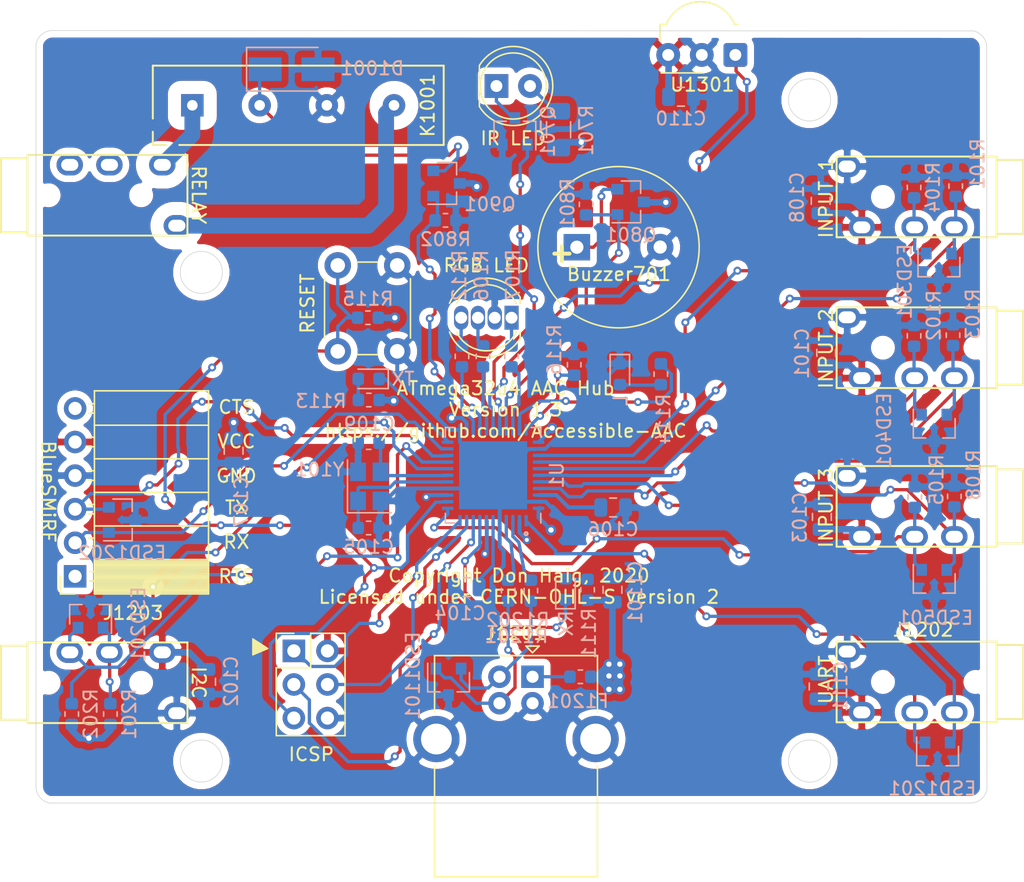
<source format=kicad_pcb>
(kicad_pcb (version 20171130) (host pcbnew 5.1.8-db9833491~87~ubuntu20.04.1)
  (title_block (title "ATmega32u4 AAC Hub") (date 2020-11-13) (rev 1.3) (company "(c) Copyright 2020, Don Haig") (comment 1 "Licensed under CERN-OHL-S version 2"))
  (layers (0 F.Cu signal) (31 B.Cu signal) (34 B.Paste user) (35 F.Paste user) (36 B.SilkS user) (37 F.SilkS user) (38 B.Mask user) (39 F.Mask user) (44 Edge.Cuts user))
  (net 0 "")
  (net 1 GND)
  (net 2 /BUZZER)
  (net 3 /BLUE_LED)
  (net 4 /RED_LED)
  (net 5 /GRN_LED)
  (net 6 /IR_Tx)
  (net 7 /SDA)
  (net 8 /SCL)
  (net 9 /IN_2B)
  (net 10 /IN_2A)
  (net 11 /IN_3B)
  (net 12 /IN_3A)
  (net 13 /IN_1B)
  (net 14 /IN_1A)
  (net 15 "Net-(D701-Pad2)")
  (net 16 "Net-(D701-Pad1)")
  (net 17 "Net-(J1001-Pad5)")
  (net 18 "Net-(J1001-Pad4)")
  (net 19 "Net-(J1001-Pad2)")
  (net 20 "Net-(J1001-Pad3)")
  (net 21 "Net-(D102-Pad4)")
  (net 22 "Net-(D102-Pad3)")
  (net 23 "Net-(D102-Pad1)")
  (net 24 VBUS)
  (net 25 "Net-(F1201-Pad2)")
  (net 26 /AREF)
  (net 27 /HWB)
  (net 28 /LED)
  (net 29 /TX_LED)
  (net 30 "Net-(C105-Pad1)")
  (net 31 /RESET)
  (net 32 /MISO)
  (net 33 /MOSI)
  (net 34 /SCLK)
  (net 35 /RX_LED)
  (net 36 "Net-(C104-Pad1)")
  (net 37 /D+)
  (net 38 /D-)
  (net 39 "Net-(C109-Pad1)")
  (net 40 "Net-(D101-Pad2)")
  (net 41 "Net-(D103-Pad2)")
  (net 42 "Net-(D104-Pad2)")
  (net 43 /USB_Connector/B)
  (net 44 /USB_Connector/A)
  (net 45 "Net-(D1001-Pad1)")
  (net 46 /RELAY)
  (net 47 /IR_Rx)
  (net 48 /RX_1)
  (net 49 /TX_1)
  (net 50 /RX_0)
  (net 51 /TX_0)
  (net 52 "Net-(Buzzer701-Pad1)")
  (net 53 "Net-(J1203-Pad6)")
  (net 54 "Net-(J1203-Pad1)")
  (module Package_DFN_QFN:QFN-44-1EP_7x7mm_P0.5mm_EP5.15x5.15mm (layer B.Cu) (at 143.0674 105.3846 90)
    (fp_text reference U1 (at 0 4.82 90) (layer B.SilkS) (effects (justify mirror)))
    (fp_text value ATmega32U4-MU)
    (pad 1 smd roundrect (at -3.4375 2.5 90) (size 0.875 0.25) (layers B.Cu B.Paste B.Mask) (net 49 /TX_1))
    (pad 2 smd roundrect (at -3.4375 2 90) (size 0.875 0.25) (layers B.Cu B.Paste B.Mask) (net 24 VBUS))
    (pad 3 smd roundrect (at -3.4375 1.5 90) (size 0.875 0.25) (layers B.Cu B.Paste B.Mask) (net 38 /D-))
    (pad 4 smd roundrect (at -3.4375 1 90) (size 0.875 0.25) (layers B.Cu B.Paste B.Mask) (net 37 /D+))
    (pad 5 smd roundrect (at -3.4375 0.5 90) (size 0.875 0.25) (layers B.Cu B.Paste B.Mask) (net 1 GND))
    (pad 6 smd roundrect (at -3.4375 0 90) (size 0.875 0.25) (layers B.Cu B.Paste B.Mask) (net 36 "Net-(C104-Pad1)"))
    (pad 7 smd roundrect (at -3.4375 -0.5 90) (size 0.875 0.25) (layers B.Cu B.Paste B.Mask) (net 24 VBUS))
    (pad 8 smd roundrect (at -3.4375 -1 90) (size 0.875 0.25) (layers B.Cu B.Paste B.Mask) (net 35 /RX_LED))
    (pad 9 smd roundrect (at -3.4375 -1.5 90) (size 0.875 0.25) (layers B.Cu B.Paste B.Mask) (net 34 /SCLK))
    (pad 10 smd roundrect (at -3.4375 -2 90) (size 0.875 0.25) (layers B.Cu B.Paste B.Mask) (net 33 /MOSI))
    (pad 11 smd roundrect (at -3.4375 -2.5 90) (size 0.875 0.25) (layers B.Cu B.Paste B.Mask) (net 32 /MISO))
    (pad 12 smd roundrect (at -2.5 -3.4375 90) (size 0.25 0.875) (layers B.Cu B.Paste B.Mask) (net 48 /RX_1))
    (pad 13 smd roundrect (at -2 -3.4375 90) (size 0.25 0.875) (layers B.Cu B.Paste B.Mask) (net 31 /RESET))
    (pad 14 smd roundrect (at -1.5 -3.4375 90) (size 0.25 0.875) (layers B.Cu B.Paste B.Mask) (net 24 VBUS))
    (pad 15 smd roundrect (at -1 -3.4375 90) (size 0.25 0.875) (layers B.Cu B.Paste B.Mask) (net 1 GND))
    (pad 16 smd roundrect (at -0.5 -3.4375 90) (size 0.25 0.875) (layers B.Cu B.Paste B.Mask) (net 30 "Net-(C105-Pad1)"))
    (pad 17 smd roundrect (at 0 -3.4375 90) (size 0.25 0.875) (layers B.Cu B.Paste B.Mask) (net 39 "Net-(C109-Pad1)"))
    (pad 18 smd roundrect (at 0.5 -3.4375 90) (size 0.25 0.875) (layers B.Cu B.Paste B.Mask) (net 8 /SCL))
    (pad 19 smd roundrect (at 1 -3.4375 90) (size 0.25 0.875) (layers B.Cu B.Paste B.Mask) (net 7 /SDA))
    (pad 20 smd roundrect (at 1.5 -3.4375 90) (size 0.25 0.875) (layers B.Cu B.Paste B.Mask) (net 50 /RX_0))
    (pad 21 smd roundrect (at 2 -3.4375 90) (size 0.25 0.875) (layers B.Cu B.Paste B.Mask) (net 51 /TX_0))
    (pad 22 smd roundrect (at 2.5 -3.4375 90) (size 0.25 0.875) (layers B.Cu B.Paste B.Mask) (net 29 /TX_LED))
    (pad 23 smd roundrect (at 3.4375 -2.5 90) (size 0.875 0.25) (layers B.Cu B.Paste B.Mask) (net 1 GND))
    (pad 24 smd roundrect (at 3.4375 -2 90) (size 0.875 0.25) (layers B.Cu B.Paste B.Mask) (net 24 VBUS))
    (pad 25 smd roundrect (at 3.4375 -1.5 90) (size 0.875 0.25) (layers B.Cu B.Paste B.Mask) (net 3 /BLUE_LED))
    (pad 26 smd roundrect (at 3.4375 -1 90) (size 0.875 0.25) (layers B.Cu B.Paste B.Mask) (net 46 /RELAY))
    (pad 27 smd roundrect (at 3.4375 -0.5 90) (size 0.875 0.25) (layers B.Cu B.Paste B.Mask) (net 5 /GRN_LED))
    (pad 28 smd roundrect (at 3.4375 0 90) (size 0.875 0.25) (layers B.Cu B.Paste B.Mask) (net 47 /IR_Rx))
    (pad 29 smd roundrect (at 3.4375 0.5 90) (size 0.875 0.25) (layers B.Cu B.Paste B.Mask) (net 6 /IR_Tx))
    (pad 30 smd roundrect (at 3.4375 1 90) (size 0.875 0.25) (layers B.Cu B.Paste B.Mask) (net 2 /BUZZER))
    (pad 31 smd roundrect (at 3.4375 1.5 90) (size 0.875 0.25) (layers B.Cu B.Paste B.Mask) (net 4 /RED_LED))
    (pad 32 smd roundrect (at 3.4375 2 90) (size 0.875 0.25) (layers B.Cu B.Paste B.Mask) (net 28 /LED))
    (pad 33 smd roundrect (at 3.4375 2.5 90) (size 0.875 0.25) (layers B.Cu B.Paste B.Mask) (net 27 /HWB))
    (pad 34 smd roundrect (at 2.5 3.4375 90) (size 0.25 0.875) (layers B.Cu B.Paste B.Mask) (net 24 VBUS))
    (pad 35 smd roundrect (at 2 3.4375 90) (size 0.25 0.875) (layers B.Cu B.Paste B.Mask) (net 1 GND))
    (pad 36 smd roundrect (at 1.5 3.4375 90) (size 0.25 0.875) (layers B.Cu B.Paste B.Mask) (net 14 /IN_1A))
    (pad 37 smd roundrect (at 1 3.4375 90) (size 0.25 0.875) (layers B.Cu B.Paste B.Mask) (net 13 /IN_1B))
    (pad 38 smd roundrect (at 0.5 3.4375 90) (size 0.25 0.875) (layers B.Cu B.Paste B.Mask) (net 10 /IN_2A))
    (pad 39 smd roundrect (at 0 3.4375 90) (size 0.25 0.875) (layers B.Cu B.Paste B.Mask) (net 9 /IN_2B))
    (pad 40 smd roundrect (at -0.5 3.4375 90) (size 0.25 0.875) (layers B.Cu B.Paste B.Mask) (net 12 /IN_3A))
    (pad 41 smd roundrect (at -1 3.4375 90) (size 0.25 0.875) (layers B.Cu B.Paste B.Mask) (net 11 /IN_3B))
    (pad 42 smd roundrect (at -1.5 3.4375 90) (size 0.25 0.875) (layers B.Cu B.Paste B.Mask) (net 26 /AREF))
    (pad 43 smd roundrect (at -2 3.4375 90) (size 0.25 0.875) (layers B.Cu B.Paste B.Mask) (net 1 GND))
    (pad 44 smd roundrect (at -2.5 3.4375 90) (size 0.25 0.875) (layers B.Cu B.Paste B.Mask) (net 24 VBUS))
    (pad 45 smd rect (at 0 0 90) (size 5.15 5.15) (layers B.Cu B.Mask) (net 1 GND))
  )
  (module Resistor_SMD:R_0603_1608Metric (layer B.Cu) (at 139.4714 86.106)
    (fp_text reference R802 (at 0 1.43) (layer B.SilkS) (effects (justify mirror)))
    (fp_text value 10k)
    (pad 2 smd roundrect (at 0.7875 0) (size 0.875 0.95) (layers B.Cu B.Paste B.Mask) (net 1 GND))
    (pad 1 smd roundrect (at -0.7875 0) (size 0.875 0.95) (layers B.Cu B.Paste B.Mask) (net 46 /RELAY))
  )
  (module Resistor_SMD:R_0603_1608Metric (layer B.Cu) (at 111.2012 123.444 90)
    (fp_text reference R202 (at 0 1.43 90) (layer B.SilkS) (effects (justify mirror)))
    (fp_text value 10k)
    (pad 2 smd roundrect (at 0.7875 0 90) (size 0.875 0.95) (layers B.Cu B.Paste B.Mask) (net 7 /SDA))
    (pad 1 smd roundrect (at -0.7875 0 90) (size 0.875 0.95) (layers B.Cu B.Paste B.Mask) (net 24 VBUS))
  )
  (module Resistor_SMD:R_0603_1608Metric (layer B.Cu) (at 114.1222 123.444 90)
    (fp_text reference R201 (at 0 1.43 90) (layer B.SilkS) (effects (justify mirror)))
    (fp_text value 10k)
    (pad 2 smd roundrect (at 0.7875 0 90) (size 0.875 0.95) (layers B.Cu B.Paste B.Mask) (net 8 /SCL))
    (pad 1 smd roundrect (at -0.7875 0 90) (size 0.875 0.95) (layers B.Cu B.Paste B.Mask) (net 24 VBUS))
  )
  (module Resistor_SMD:R_0603_1608Metric (layer B.Cu) (at 178.054 83.5152 90)
    (fp_text reference R101 (at 1.6891 1.651 90) (layer B.SilkS) (effects (justify mirror)))
    (fp_text value 10k)
    (pad 2 smd roundrect (at 0.7875 0 90) (size 0.875 0.95) (layers B.Cu B.Paste B.Mask) (net 1 GND))
    (pad 1 smd roundrect (at -0.7875 0 90) (size 0.875 0.95) (layers B.Cu B.Paste B.Mask) (net 13 /IN_1B))
  )
  (module dbh_kicad_library:BlueSMiRF_Socket (layer F.Cu) (at 111.4552 113.03 180)
    (fp_text reference J1203 (at -4.38 -2.77) (layer F.SilkS))
    (fp_text value BlueSMiRF)
    (fp_text user CTS (at -12.2 12.8 unlocked) (layer F.SilkS))
    (fp_text user VCC (at -12.2 10.2 unlocked) (layer F.SilkS))
    (fp_text user GND (at -12.2 7.6 unlocked) (layer F.SilkS))
    (fp_text user TX (at -12.2 5.2 unlocked) (layer F.SilkS))
    (fp_text user RX (at -12.2 2.6 unlocked) (layer F.SilkS))
    (fp_text user RTS (at -12.2 0 unlocked) (layer F.SilkS))
    (pad 6 thru_hole oval (at 0 12.7 180) (size 1.7 1.7) (drill 1) (layers *.Cu *.Mask) (net 53 "Net-(J1203-Pad6)"))
    (pad 5 thru_hole oval (at 0 10.16 180) (size 1.7 1.7) (drill 1) (layers *.Cu *.Mask) (net 24 VBUS))
    (pad 4 thru_hole oval (at 0 7.62 180) (size 1.7 1.7) (drill 1) (layers *.Cu *.Mask) (net 1 GND))
    (pad 3 thru_hole oval (at 0 5.08 180) (size 1.7 1.7) (drill 1) (layers *.Cu *.Mask) (net 50 /RX_0))
    (pad 2 thru_hole oval (at 0 2.54 180) (size 1.7 1.7) (drill 1) (layers *.Cu *.Mask) (net 51 /TX_0))
    (pad 1 thru_hole rect (at 0 0 180) (size 1.7 1.7) (drill 1) (layers *.Cu *.Mask) (net 54 "Net-(J1203-Pad1)"))
  )
  (module Package_TO_SOT_SMD:SOT-23 (layer B.Cu) (at 115.0112 108.7628)
    (fp_text reference ESD1202 (at 0 2.5) (layer B.SilkS) (effects (justify mirror)))
    (fp_text value ESDA5V3L)
    (pad 3 smd rect (at 1 0) (size 0.9 0.8) (layers B.Cu B.Paste B.Mask) (net 1 GND))
    (pad 2 smd rect (at -1 -0.95) (size 0.9 0.8) (layers B.Cu B.Paste B.Mask) (net 50 /RX_0))
    (pad 1 smd rect (at -1 0.95) (size 0.9 0.8) (layers B.Cu B.Paste B.Mask) (net 51 /TX_0))
  )
  (module Capacitor_SMD:C_0805_2012Metric (layer B.Cu) (at 167.6908 121.3612 90)
    (fp_text reference C111 (at 0 1.65 90) (layer B.SilkS) (effects (justify mirror)))
    (fp_text value 22uF)
    (pad 2 smd roundrect (at 0.9375 0 90) (size 0.975 1.4) (layers B.Cu B.Paste B.Mask) (net 1 GND))
    (pad 1 smd roundrect (at -0.9375 0 90) (size 0.975 1.4) (layers B.Cu B.Paste B.Mask) (net 24 VBUS))
  )
  (module OptoDevice:Vishay_MOLD-3Pin (layer F.Cu) (at 161.3916 73.5965 180)
    (fp_text reference U1301 (at 2.5 -2.25 180) (layer F.SilkS))
    (fp_text value TSOP38238)
    (pad 3 thru_hole circle (at 5.08 0 180) (size 1.8 1.8) (drill 0.9) (layers *.Cu *.Mask) (net 24 VBUS))
    (pad 2 thru_hole circle (at 2.54 0 180) (size 1.8 1.8) (drill 0.9) (layers *.Cu *.Mask) (net 1 GND))
    (pad 1 thru_hole roundrect (at 0 0 180) (size 1.8 1.8) (drill 0.9) (layers *.Cu *.Mask) (roundrect_rratio 0.138) (net 47 /IR_Rx))
  )
  (module dbh_kicad_library:PJ-320A (layer F.Cu) (at 178 123.057 180)
    (fp_text reference J1202 (at 2.41 5.99) (layer F.SilkS))
    (fp_text value PJ320A)
    (pad 5 thru_hole oval (at 8.15 4.34 270) (size 1.6 2) (drill oval 0.9 1.3) (layers *.Cu *.Mask) (net 1 GND))
    (pad 4 thru_hole oval (at 7.05 -0.26 270) (size 1.6 2) (drill oval 0.9 1.3) (layers *.Cu *.Mask) (net 24 VBUS))
    (pad 2 thru_hole oval (at 0.05 -0.26 270) (size 1.6 2) (drill oval 0.9 1.3) (layers *.Cu *.Mask) (net 48 /RX_1))
    (pad "" np_thru_hole circle (at 5.45 2.04 270) (size 0.8 0.8) (drill 0.8) (layers *.Cu *.Mask))
    (pad "" np_thru_hole circle (at -1.55 2.04 270) (size 0.8 0.8) (drill 0.8) (layers *.Cu *.Mask))
    (pad 3 thru_hole oval (at 3.05 -0.26 270) (size 1.6 2) (drill oval 0.9 1.3) (layers *.Cu *.Mask) (net 49 /TX_1))
  )
  (module Package_TO_SOT_SMD:SOT-23 (layer B.Cu) (at 176.6824 126.5936 270)
    (fp_text reference ESD1201 (at 2.4859 0.4064) (layer B.SilkS) (effects (justify mirror)))
    (fp_text value ESDA5V3L)
    (pad 3 smd rect (at 1 0 270) (size 0.9 0.8) (layers B.Cu B.Paste B.Mask) (net 1 GND))
    (pad 2 smd rect (at -1 -0.95 270) (size 0.9 0.8) (layers B.Cu B.Paste B.Mask) (net 48 /RX_1))
    (pad 1 smd rect (at -1 0.95 270) (size 0.9 0.8) (layers B.Cu B.Paste B.Mask) (net 49 /TX_1))
  )
  (module Capacitor_SMD:C_0805_2012Metric (layer B.Cu) (at 157.2768 76.7588)
    (fp_text reference C110 (at 0 1.65) (layer B.SilkS) (effects (justify mirror)))
    (fp_text value 22uF)
    (pad 2 smd roundrect (at 0.9375 0) (size 0.975 1.4) (layers B.Cu B.Paste B.Mask) (net 1 GND))
    (pad 1 smd roundrect (at -0.9375 0) (size 0.975 1.4) (layers B.Cu B.Paste B.Mask) (net 24 VBUS))
  )
  (module Connector_PinHeader_2.54mm:PinHeader_2x03_P2.54mm_Vertical (layer F.Cu) (at 128 118.6688)
    (fp_text reference J101 hide)
    (fp_text value Conn_02x03_Odd_Even)
    (fp_text user ICSP (at 1.3208 7.8232) (layer F.SilkS))
    (pad 1 thru_hole rect (at 0 0) (size 1.7 1.7) (drill 1) (layers *.Cu *.Mask) (net 32 /MISO))
    (pad 2 thru_hole oval (at 2.54 0) (size 1.7 1.7) (drill 1) (layers *.Cu *.Mask) (net 24 VBUS))
    (pad 3 thru_hole oval (at 0 2.54) (size 1.7 1.7) (drill 1) (layers *.Cu *.Mask) (net 34 /SCLK))
    (pad 4 thru_hole oval (at 2.54 2.54) (size 1.7 1.7) (drill 1) (layers *.Cu *.Mask) (net 33 /MOSI))
    (pad 5 thru_hole oval (at 0 5.08) (size 1.7 1.7) (drill 1) (layers *.Cu *.Mask) (net 31 /RESET))
    (pad 6 thru_hole oval (at 2.54 5.08) (size 1.7 1.7) (drill 1) (layers *.Cu *.Mask) (net 1 GND))
  )
  (module Package_TO_SOT_SMD:SOT-23 (layer B.Cu) (at 139.5476 83.312)
    (fp_text reference Q901 (at 3.2766 1.5748) (layer B.SilkS) (effects (justify mirror)))
    (fp_text value BSS138)
    (pad 3 smd rect (at 1 0) (size 0.9 0.8) (layers B.Cu B.Paste B.Mask) (net 24 VBUS))
    (pad 2 smd rect (at -1 -0.95) (size 0.9 0.8) (layers B.Cu B.Paste B.Mask) (net 45 "Net-(D1001-Pad1)"))
    (pad 1 smd rect (at -1 0.95) (size 0.9 0.8) (layers B.Cu B.Paste B.Mask) (net 46 /RELAY))
  )
  (module Package_TO_SOT_SMD:SOT-23 (layer B.Cu) (at 153.4668 84.709)
    (fp_text reference Q801 (at 0 2.5) (layer B.SilkS) (effects (justify mirror)))
    (fp_text value BSS138)
    (pad 3 smd rect (at 1 0) (size 0.9 0.8) (layers B.Cu B.Paste B.Mask) (net 24 VBUS))
    (pad 2 smd rect (at -1 -0.95) (size 0.9 0.8) (layers B.Cu B.Paste B.Mask) (net 52 "Net-(Buzzer701-Pad1)"))
    (pad 1 smd rect (at -1 0.95) (size 0.9 0.8) (layers B.Cu B.Paste B.Mask) (net 2 /BUZZER))
  )
  (module Package_TO_SOT_SMD:SOT-23 (layer B.Cu) (at 144.7165 79.375 90)
    (fp_text reference Q701 (at 0 2.5 90) (layer B.SilkS) (effects (justify mirror)))
    (fp_text value BSS138)
    (pad 3 smd rect (at 1 0 90) (size 0.9 0.8) (layers B.Cu B.Paste B.Mask) (net 16 "Net-(D701-Pad1)"))
    (pad 2 smd rect (at -1 -0.95 90) (size 0.9 0.8) (layers B.Cu B.Paste B.Mask) (net 1 GND))
    (pad 1 smd rect (at -1 0.95 90) (size 0.9 0.8) (layers B.Cu B.Paste B.Mask) (net 6 /IR_Tx))
  )
  (module LED_THT:LED_D5.0mm (layer F.Cu) (at 143.3195 75.946)
    (fp_text reference D701 hide)
    (fp_text value "IR LED" (at 1.27 3.96) (layer F.SilkS))
    (pad 2 thru_hole circle (at 2.54 0) (size 1.8 1.8) (drill 0.9) (layers *.Cu *.Mask) (net 15 "Net-(D701-Pad2)"))
    (pad 1 thru_hole rect (at 0 0) (size 1.8 1.8) (drill 0.9) (layers *.Cu *.Mask) (net 16 "Net-(D701-Pad1)"))
  )
  (module Resistor_SMD:R_1206_3216Metric (layer B.Cu) (at 148.0185 79.248 270)
    (fp_text reference R701 (at 0.0508 -2.0955 90) (layer B.SilkS) (effects (justify mirror)))
    (fp_text value 47)
    (pad 2 smd roundrect (at 1.4 0 270) (size 1.25 1.75) (layers B.Cu B.Paste B.Mask) (roundrect_rratio 0.2) (net 24 VBUS))
    (pad 1 smd roundrect (at -1.4 0 270) (size 1.25 1.75) (layers B.Cu B.Paste B.Mask) (roundrect_rratio 0.2) (net 15 "Net-(D701-Pad2)"))
  )
  (module Crystal:Crystal_SMD_3225-4Pin_3.2x2.5mm (layer B.Cu) (at 133.7056 106.2228 90)
    (fp_text reference Y101 (at 1.27 -3.7592) (layer B.SilkS) (effects (justify mirror)))
    (fp_text value "16 MHz")
    (pad 4 smd rect (at -1.1 0.85 90) (size 1.4 1.2) (layers B.Cu B.Paste B.Mask) (net 1 GND))
    (pad 3 smd rect (at 1.1 0.85 90) (size 1.4 1.2) (layers B.Cu B.Paste B.Mask) (net 39 "Net-(C109-Pad1)"))
    (pad 2 smd rect (at 1.1 -0.85 90) (size 1.4 1.2) (layers B.Cu B.Paste B.Mask) (net 1 GND))
    (pad 1 smd rect (at -1.1 -0.85 90) (size 1.4 1.2) (layers B.Cu B.Paste B.Mask) (net 30 "Net-(C105-Pad1)"))
  )
  (module Button_Switch_THT:SW_PUSH_6mm (layer F.Cu) (at 131.318 96.012 90)
    (fp_text reference SW101 hide)
    (fp_text value RESET (at 3.6068 -2.286 90) (layer F.SilkS))
    (pad 1 thru_hole circle (at 6.5 0 180) (size 2 2) (drill 1.1) (layers *.Cu *.Mask) (net 31 /RESET))
    (pad 2 thru_hole circle (at 6.5 4.5 180) (size 2 2) (drill 1.1) (layers *.Cu *.Mask) (net 1 GND))
    (pad 1 thru_hole circle (at 0 0 180) (size 2 2) (drill 1.1) (layers *.Cu *.Mask) (net 31 /RESET))
    (pad 2 thru_hole circle (at 0 4.5 180) (size 2 2) (drill 1.1) (layers *.Cu *.Mask) (net 1 GND))
  )
  (module Resistor_SMD:R_0603_1608Metric (layer B.Cu) (at 145.923 114.1095 270)
    (fp_text reference R1202 (at 2.2225 0.9906 180) (layer B.SilkS) (effects (justify mirror)))
    (fp_text value 22)
    (pad 2 smd roundrect (at 0.7875 0 270) (size 0.875 0.95) (layers B.Cu B.Paste B.Mask) (net 43 /USB_Connector/B))
    (pad 1 smd roundrect (at -0.7875 0 270) (size 0.875 0.95) (layers B.Cu B.Paste B.Mask) (net 38 /D-))
  )
  (module Resistor_SMD:R_0603_1608Metric (layer B.Cu) (at 144.2085 114.1095 270)
    (fp_text reference R1201 (at 3.4417 -0.6223 180) (layer B.SilkS) (effects (justify mirror)))
    (fp_text value 22)
    (pad 2 smd roundrect (at 0.7875 0 270) (size 0.875 0.95) (layers B.Cu B.Paste B.Mask) (net 44 /USB_Connector/A))
    (pad 1 smd roundrect (at -0.7875 0 270) (size 0.875 0.95) (layers B.Cu B.Paste B.Mask) (net 37 /D+))
  )
  (module Resistor_SMD:R_0603_1608Metric (layer B.Cu) (at 149.1996 97.028 90)
    (fp_text reference R116 (at 1.143 -1.4986 90) (layer B.SilkS) (effects (justify mirror)))
    (fp_text value 10k)
    (pad 2 smd roundrect (at 0.7875 0 90) (size 0.875 0.95) (layers B.Cu B.Paste B.Mask) (net 1 GND))
    (pad 1 smd roundrect (at -0.7875 0 90) (size 0.875 0.95) (layers B.Cu B.Paste B.Mask) (net 27 /HWB))
  )
  (module Resistor_SMD:R_0603_1608Metric (layer B.Cu) (at 133.604 93.472 180)
    (fp_text reference R115 (at 0 1.43) (layer B.SilkS) (effects (justify mirror)))
    (fp_text value 10k)
    (pad 2 smd roundrect (at 0.7875 0 180) (size 0.875 0.95) (layers B.Cu B.Paste B.Mask) (net 31 /RESET))
    (pad 1 smd roundrect (at -0.7875 0 180) (size 0.875 0.95) (layers B.Cu B.Paste B.Mask) (net 24 VBUS))
  )
  (module Resistor_SMD:R_0603_1608Metric (layer B.Cu) (at 155.7528 97.7392 270)
    (fp_text reference R114 (at 3.4036 -0.2032 90) (layer B.SilkS) (effects (justify mirror)))
    (fp_text value 1k)
    (pad 2 smd roundrect (at 0.7875 0 270) (size 0.875 0.95) (layers B.Cu B.Paste B.Mask) (net 42 "Net-(D104-Pad2)"))
    (pad 1 smd roundrect (at -0.7875 0 270) (size 0.875 0.95) (layers B.Cu B.Paste B.Mask) (net 28 /LED))
  )
  (module Resistor_SMD:R_0603_1608Metric (layer B.Cu) (at 133.6675 99.695 180)
    (fp_text reference R113 (at 3.6195 -0.0762) (layer B.SilkS) (effects (justify mirror)))
    (fp_text value 1k)
    (pad 2 smd roundrect (at 0.7875 0 180) (size 0.875 0.95) (layers B.Cu B.Paste B.Mask) (net 41 "Net-(D103-Pad2)"))
    (pad 1 smd roundrect (at -0.7875 0 180) (size 0.875 0.95) (layers B.Cu B.Paste B.Mask) (net 24 VBUS))
  )
  (module Resistor_SMD:R_0603_1608Metric (layer B.Cu) (at 150.2156 114.046 90)
    (fp_text reference R111 (at -3.302 0.1016 90) (layer B.SilkS) (effects (justify mirror)))
    (fp_text value 1k)
    (pad 2 smd roundrect (at 0.7875 0 90) (size 0.875 0.95) (layers B.Cu B.Paste B.Mask) (net 40 "Net-(D101-Pad2)"))
    (pad 1 smd roundrect (at -0.7875 0 90) (size 0.875 0.95) (layers B.Cu B.Paste B.Mask) (net 24 VBUS))
  )
  (module Fuse:Fuse_0603_1608Metric (layer B.Cu) (at 149.6695 120.6246 180)
    (fp_text reference F1201 (at 0.1905 -1.8415) (layer B.SilkS) (effects (justify mirror)))
    (fp_text value TLC-FSMD050)
    (pad 2 smd roundrect (at 0.7875 0 180) (size 0.875 0.95) (layers B.Cu B.Paste B.Mask) (net 25 "Net-(F1201-Pad2)"))
    (pad 1 smd roundrect (at -0.7875 0 180) (size 0.875 0.95) (layers B.Cu B.Paste B.Mask) (net 24 VBUS))
  )
  (module Package_TO_SOT_SMD:SOT-23 (layer B.Cu) (at 139.7 121.0056 270)
    (fp_text reference ESD1101 (at -0.4572 2.6924 90) (layer B.SilkS) (effects (justify mirror)))
    (fp_text value ESDA5V3L)
    (pad 3 smd rect (at 1 0 270) (size 0.9 0.8) (layers B.Cu B.Paste B.Mask) (net 1 GND))
    (pad 2 smd rect (at -1 -0.95 270) (size 0.9 0.8) (layers B.Cu B.Paste B.Mask) (net 43 /USB_Connector/B))
    (pad 1 smd rect (at -1 0.95 270) (size 0.9 0.8) (layers B.Cu B.Paste B.Mask) (net 44 /USB_Connector/A))
  )
  (module Package_TO_SOT_SMD:SOT-23 (layer B.Cu) (at 176.4284 113.538 270)
    (fp_text reference ESD501 (at 2.6289 -0.0889 180) (layer B.SilkS) (effects (justify mirror)))
    (fp_text value ESDA5V3L)
    (pad 3 smd rect (at 1 0 270) (size 0.9 0.8) (layers B.Cu B.Paste B.Mask) (net 1 GND))
    (pad 2 smd rect (at -1 -0.95 270) (size 0.9 0.8) (layers B.Cu B.Paste B.Mask) (net 11 /IN_3B))
    (pad 1 smd rect (at -1 0.95 270) (size 0.9 0.8) (layers B.Cu B.Paste B.Mask) (net 12 /IN_3A))
  )
  (module Package_TO_SOT_SMD:SOT-23 (layer B.Cu) (at 176.4284 101.8032 270)
    (fp_text reference ESD401 (at 0.1905 3.7846 90) (layer B.SilkS) (effects (justify mirror)))
    (fp_text value ESDA5V3L)
    (pad 3 smd rect (at 1 0 270) (size 0.9 0.8) (layers B.Cu B.Paste B.Mask) (net 1 GND))
    (pad 2 smd rect (at -1 -0.95 270) (size 0.9 0.8) (layers B.Cu B.Paste B.Mask) (net 9 /IN_2B))
    (pad 1 smd rect (at -1 0.95 270) (size 0.9 0.8) (layers B.Cu B.Paste B.Mask) (net 10 /IN_2A))
  )
  (module Package_TO_SOT_SMD:SOT-23 (layer B.Cu) (at 176.784 89.6112 270)
    (fp_text reference ESD301 (at 1.1303 2.5781 90) (layer B.SilkS) (effects (justify mirror)))
    (fp_text value ESDA5V3L)
    (pad 3 smd rect (at 1 0 270) (size 0.9 0.8) (layers B.Cu B.Paste B.Mask) (net 1 GND))
    (pad 2 smd rect (at -1 -0.95 270) (size 0.9 0.8) (layers B.Cu B.Paste B.Mask) (net 13 /IN_1B))
    (pad 1 smd rect (at -1 0.95 270) (size 0.9 0.8) (layers B.Cu B.Paste B.Mask) (net 14 /IN_1A))
  )
  (module Package_TO_SOT_SMD:SOT-23 (layer B.Cu) (at 112.6236 115.9256 90)
    (fp_text reference ESD201 (at -0.7366 3.6195 90) (layer B.SilkS) (effects (justify mirror)))
    (fp_text value ESDA5V3L)
    (pad 3 smd rect (at 1 0 90) (size 0.9 0.8) (layers B.Cu B.Paste B.Mask) (net 1 GND))
    (pad 2 smd rect (at -1 -0.95 90) (size 0.9 0.8) (layers B.Cu B.Paste B.Mask) (net 7 /SDA))
    (pad 1 smd rect (at -1 0.95 90) (size 0.9 0.8) (layers B.Cu B.Paste B.Mask) (net 8 /SCL))
  )
  (module LED_SMD:LED_0603_1608Metric (layer B.Cu) (at 152.654 97.7392 270)
    (fp_text reference D104 hide)
    (fp_text value L (at 1.9812 -0.0508 90) (layer B.SilkS) (effects (justify mirror)))
    (pad 2 smd roundrect (at 0.7875 0 270) (size 0.875 0.95) (layers B.Cu B.Paste B.Mask) (net 42 "Net-(D104-Pad2)"))
    (pad 1 smd roundrect (at -0.7875 0 270) (size 0.875 0.95) (layers B.Cu B.Paste B.Mask) (net 1 GND))
  )
  (module LED_SMD:LED_0603_1608Metric (layer B.Cu) (at 133.6548 98.0948 180)
    (fp_text reference D103 hide)
    (fp_text value TX (at -2.6035 0) (layer B.SilkS) (effects (justify mirror)))
    (pad 2 smd roundrect (at 0.7875 0 180) (size 0.875 0.95) (layers B.Cu B.Paste B.Mask) (net 41 "Net-(D103-Pad2)"))
    (pad 1 smd roundrect (at -0.7875 0 180) (size 0.875 0.95) (layers B.Cu B.Paste B.Mask) (net 29 /TX_LED))
  )
  (module LED_SMD:LED_0603_1608Metric (layer B.Cu) (at 148.5392 113.9952 90)
    (fp_text reference D101 hide)
    (fp_text value RX (at -2.5908 0.0508 90) (layer B.SilkS) (effects (justify mirror)))
    (pad 1 smd roundrect (at -0.7875 0 90) (size 0.875 0.95) (layers B.Cu B.Paste B.Mask) (net 35 /RX_LED))
    (pad 2 smd roundrect (at 0.7875 0 90) (size 0.875 0.95) (layers B.Cu B.Paste B.Mask) (net 40 "Net-(D101-Pad2)"))
  )
  (module Capacitor_SMD:C_0805_2012Metric (layer B.Cu) (at 152.0952 114.046 270)
    (fp_text reference C1101 (at 0.2032 -1.7272 90) (layer B.SilkS) (effects (justify mirror)))
    (fp_text value 10uF)
    (pad 2 smd roundrect (at 0.9375 0 270) (size 0.975 1.4) (layers B.Cu B.Paste B.Mask) (net 24 VBUS))
    (pad 1 smd roundrect (at -0.9375 0 270) (size 0.975 1.4) (layers B.Cu B.Paste B.Mask) (net 1 GND))
  )
  (module Capacitor_SMD:C_0603_1608Metric (layer B.Cu) (at 133.6548 102.9208 180)
    (fp_text reference C109 (at -0.0508 1.4224) (layer B.SilkS) (effects (justify mirror)))
    (fp_text value 20pF)
    (pad 2 smd roundrect (at 0.7875 0 180) (size 0.875 0.95) (layers B.Cu B.Paste B.Mask) (net 1 GND))
    (pad 1 smd roundrect (at -0.7875 0 180) (size 0.875 0.95) (layers B.Cu B.Paste B.Mask) (net 39 "Net-(C109-Pad1)"))
  )
  (module Capacitor_SMD:C_0805_2012Metric (layer B.Cu) (at 167.8432 84.6328 90)
    (fp_text reference C108 (at 0.254 -1.7907 90) (layer B.SilkS) (effects (justify mirror)))
    (fp_text value 22uF)
    (pad 2 smd roundrect (at 0.9375 0 90) (size 0.975 1.4) (layers B.Cu B.Paste B.Mask) (net 1 GND))
    (pad 1 smd roundrect (at -0.9375 0 90) (size 0.975 1.4) (layers B.Cu B.Paste B.Mask) (net 24 VBUS))
  )
  (module Capacitor_SMD:C_0805_2012Metric (layer B.Cu) (at 123.444 103.5304 270)
    (fp_text reference C107 (at 3.8735 -0.5715 90) (layer B.SilkS) (effects (justify mirror)))
    (fp_text value 22uF)
    (pad 2 smd roundrect (at 0.9375 0 270) (size 0.975 1.4) (layers B.Cu B.Paste B.Mask) (net 1 GND))
    (pad 1 smd roundrect (at -0.9375 0 270) (size 0.975 1.4) (layers B.Cu B.Paste B.Mask) (net 24 VBUS))
  )
  (module Capacitor_SMD:C_0805_2012Metric (layer B.Cu) (at 152.146 107.823)
    (fp_text reference C106 (at 0 1.65) (layer B.SilkS) (effects (justify mirror)))
    (fp_text value 100nF)
    (pad 2 smd roundrect (at 0.9375 0) (size 0.975 1.4) (layers B.Cu B.Paste B.Mask) (net 1 GND))
    (pad 1 smd roundrect (at -0.9375 0) (size 0.975 1.4) (layers B.Cu B.Paste B.Mask) (net 26 /AREF))
  )
  (module Capacitor_SMD:C_0603_1608Metric (layer B.Cu) (at 133.6548 109.3724)
    (fp_text reference C105 (at 0 1.43) (layer B.SilkS) (effects (justify mirror)))
    (fp_text value 20pF)
    (pad 2 smd roundrect (at 0.7875 0) (size 0.875 0.95) (layers B.Cu B.Paste B.Mask) (net 1 GND))
    (pad 1 smd roundrect (at -0.7875 0) (size 0.875 0.95) (layers B.Cu B.Paste B.Mask) (net 30 "Net-(C105-Pad1)"))
  )
  (module Capacitor_SMD:C_0805_2012Metric (layer B.Cu) (at 141.0716 113.8428 180)
    (fp_text reference C104 (at 0.508 -1.9812) (layer B.SilkS) (effects (justify mirror)))
    (fp_text value 1uF)
    (pad 2 smd roundrect (at 0.9375 0 180) (size 0.975 1.4) (layers B.Cu B.Paste B.Mask) (net 1 GND))
    (pad 1 smd roundrect (at -0.9375 0 180) (size 0.975 1.4) (layers B.Cu B.Paste B.Mask) (net 36 "Net-(C104-Pad1)"))
  )
  (module Capacitor_SMD:C_0805_2012Metric (layer B.Cu) (at 167.9321 108.5342 90)
    (fp_text reference C103 (at -0.0508 -1.6637 90) (layer B.SilkS) (effects (justify mirror)))
    (fp_text value 22uF)
    (pad 2 smd roundrect (at 0.9375 0 90) (size 0.975 1.4) (layers B.Cu B.Paste B.Mask) (net 1 GND))
    (pad 1 smd roundrect (at -0.9375 0 90) (size 0.975 1.4) (layers B.Cu B.Paste B.Mask) (net 24 VBUS))
  )
  (module Capacitor_SMD:C_0805_2012Metric (layer B.Cu) (at 121.3612 121.0056 270)
    (fp_text reference C102 (at -0.0381 -1.8923 90) (layer B.SilkS) (effects (justify mirror)))
    (fp_text value 22uF)
    (pad 2 smd roundrect (at 0.9375 0 270) (size 0.975 1.4) (layers B.Cu B.Paste B.Mask) (net 1 GND))
    (pad 1 smd roundrect (at -0.9375 0 270) (size 0.975 1.4) (layers B.Cu B.Paste B.Mask) (net 24 VBUS))
  )
  (module Connector_USB:USB_B_OST_USB-B1HSxx_Horizontal (layer F.Cu) (at 146.05 120.6246 270)
    (fp_text reference J1201 (at -3.302 1.27 180) (layer F.SilkS))
    (fp_text value USB_B)
    (pad 5 thru_hole circle (at 4.71 7.27 270) (size 3.5 3.5) (drill 2.33) (layers *.Cu *.Mask) (net 1 GND))
    (pad 5 thru_hole circle (at 4.71 -4.77 270) (size 3.5 3.5) (drill 2.33) (layers *.Cu *.Mask) (net 1 GND))
    (pad 4 thru_hole circle (at 2 0 270) (size 1.7 1.7) (drill 0.92) (layers *.Cu *.Mask) (net 1 GND))
    (pad 3 thru_hole circle (at 2 2.5 270) (size 1.7 1.7) (drill 0.92) (layers *.Cu *.Mask) (net 44 /USB_Connector/A))
    (pad 2 thru_hole circle (at 0 2.5 270) (size 1.7 1.7) (drill 0.92) (layers *.Cu *.Mask) (net 43 /USB_Connector/B))
    (pad 1 thru_hole rect (at 0 0 270) (size 1.7 1.7) (drill 0.92) (layers *.Cu *.Mask) (net 25 "Net-(F1201-Pad2)"))
  )
  (module Capacitor_SMD:C_0805_2012Metric (layer B.Cu) (at 168.2623 96.1263 90)
    (fp_text reference C101 (at -0.0508 -1.8288 90) (layer B.SilkS) (effects (justify mirror)))
    (fp_text value 22uF)
    (pad 2 smd roundrect (at 0.9375 0 90) (size 0.975 1.4) (layers B.Cu B.Paste B.Mask) (net 1 GND))
    (pad 1 smd roundrect (at -0.9375 0 90) (size 0.975 1.4) (layers B.Cu B.Paste B.Mask) (net 24 VBUS))
  )
  (module Resistor_SMD:R_0603_1608Metric (layer B.Cu) (at 177.9524 106.9848 90)
    (fp_text reference R108 (at 1.6256 1.4478 90) (layer B.SilkS) (effects (justify mirror)))
    (fp_text value 10k)
    (pad 2 smd roundrect (at 0.7875 0 90) (size 0.875 0.95) (layers B.Cu B.Paste B.Mask) (net 1 GND))
    (pad 1 smd roundrect (at -0.7875 0 90) (size 0.875 0.95) (layers B.Cu B.Paste B.Mask) (net 11 /IN_3B))
  )
  (module Resistor_SMD:R_0603_1608Metric (layer B.Cu) (at 144.4625 96.393 270)
    (fp_text reference R107 (at -6.1722 -0.1143 90) (layer B.SilkS) (effects (justify mirror)))
    (fp_text value 330)
    (pad 2 smd roundrect (at 0.7875 0 270) (size 0.875 0.95) (layers B.Cu B.Paste B.Mask) (net 4 /RED_LED))
    (pad 1 smd roundrect (at -0.7875 0 270) (size 0.875 0.95) (layers B.Cu B.Paste B.Mask) (net 23 "Net-(D102-Pad1)"))
  )
  (module Resistor_SMD:R_0603_1608Metric (layer B.Cu) (at 142.3035 96.393 270)
    (fp_text reference R106 (at -6.1214 0.127 90) (layer B.SilkS) (effects (justify mirror)))
    (fp_text value 330)
    (pad 2 smd roundrect (at 0.7875 0 270) (size 0.875 0.95) (layers B.Cu B.Paste B.Mask) (net 5 /GRN_LED))
    (pad 1 smd roundrect (at -0.7875 0 270) (size 0.875 0.95) (layers B.Cu B.Paste B.Mask) (net 22 "Net-(D102-Pad3)"))
  )
  (module Resistor_SMD:R_0603_1608Metric (layer B.Cu) (at 174.9552 107.0356 90)
    (fp_text reference R105 (at 1.3081 1.651 90) (layer B.SilkS) (effects (justify mirror)))
    (fp_text value 10k)
    (pad 2 smd roundrect (at 0.7875 0 90) (size 0.875 0.95) (layers B.Cu B.Paste B.Mask) (net 1 GND))
    (pad 1 smd roundrect (at -0.7875 0 90) (size 0.875 0.95) (layers B.Cu B.Paste B.Mask) (net 12 /IN_3A))
  )
  (module Resistor_SMD:R_0603_1608Metric (layer B.Cu) (at 177.8508 94.7928 90)
    (fp_text reference R103 (at 1.6002 1.4986 90) (layer B.SilkS) (effects (justify mirror)))
    (fp_text value 10k)
    (pad 2 smd roundrect (at 0.7875 0 90) (size 0.875 0.95) (layers B.Cu B.Paste B.Mask) (net 1 GND))
    (pad 1 smd roundrect (at -0.7875 0 90) (size 0.875 0.95) (layers B.Cu B.Paste B.Mask) (net 9 /IN_2B))
  )
  (module Resistor_SMD:R_0603_1608Metric (layer B.Cu) (at 174.9044 94.8436 90)
    (fp_text reference R102 (at 1.5367 1.4859 90) (layer B.SilkS) (effects (justify mirror)))
    (fp_text value 10k)
    (pad 2 smd roundrect (at 0.7875 0 90) (size 0.875 0.95) (layers B.Cu B.Paste B.Mask) (net 1 GND))
    (pad 1 smd roundrect (at -0.7875 0 90) (size 0.875 0.95) (layers B.Cu B.Paste B.Mask) (net 10 /IN_2A))
  )
  (module Resistor_SMD:R_0603_1608Metric (layer B.Cu) (at 150.1013 84.8995 90)
    (fp_text reference R801 (at 0.0635 -1.397 90) (layer B.SilkS) (effects (justify mirror)))
    (fp_text value 10k)
    (pad 2 smd roundrect (at 0.7875 0 90) (size 0.875 0.95) (layers B.Cu B.Paste B.Mask) (net 1 GND))
    (pad 1 smd roundrect (at -0.7875 0 90) (size 0.875 0.95) (layers B.Cu B.Paste B.Mask) (net 2 /BUZZER))
  )
  (module Resistor_SMD:R_0603_1608Metric (layer B.Cu) (at 140.716 96.393 270)
    (fp_text reference R112 (at -6.1214 0.2032 90) (layer B.SilkS) (effects (justify mirror)))
    (fp_text value 330)
    (pad 2 smd roundrect (at 0.7875 0 270) (size 0.875 0.95) (layers B.Cu B.Paste B.Mask) (net 3 /BLUE_LED))
    (pad 1 smd roundrect (at -0.7875 0 270) (size 0.875 0.95) (layers B.Cu B.Paste B.Mask) (net 21 "Net-(D102-Pad4)"))
  )
  (module Resistor_SMD:R_0603_1608Metric (layer B.Cu) (at 174.9044 83.6168 90)
    (fp_text reference R104 (at 0 1.43 90) (layer B.SilkS) (effects (justify mirror)))
    (fp_text value 10k)
    (pad 2 smd roundrect (at 0.7875 0 90) (size 0.875 0.95) (layers B.Cu B.Paste B.Mask) (net 1 GND))
    (pad 1 smd roundrect (at -0.7875 0 90) (size 0.875 0.95) (layers B.Cu B.Paste B.Mask) (net 14 /IN_1A))
  )
  (module LED_THT:LED_D5.0mm-4_RGB (layer F.Cu) (at 144.4625 93.472 180)
    (fp_text reference D102 hide)
    (fp_text value "RGB LED" (at 1.905 3.96) (layer F.SilkS))
    (pad 4 thru_hole oval (at 3.81 0 180) (size 1.07 1.8) (drill 0.9) (layers *.Cu *.Mask) (net 21 "Net-(D102-Pad4)"))
    (pad 3 thru_hole oval (at 2.54 0 180) (size 1.07 1.8) (drill 0.9) (layers *.Cu *.Mask) (net 22 "Net-(D102-Pad3)"))
    (pad 2 thru_hole oval (at 1.27 0 180) (size 1.07 1.8) (drill 0.9) (layers *.Cu *.Mask) (net 1 GND))
    (pad 1 thru_hole rect (at 0 0 180) (size 1.07 1.8) (drill 0.9) (layers *.Cu *.Mask) (net 23 "Net-(D102-Pad1)"))
  )
  (module Diode_SMD:D_SMA (layer B.Cu) (at 127.8255 74.676)
    (fp_text reference D1001 (at 6.096 -0.0635) (layer B.SilkS) (effects (justify mirror)))
    (fp_text value 1N4007)
    (pad 2 smd rect (at 2 0) (size 2.5 1.8) (layers B.Cu B.Paste B.Mask) (net 1 GND))
    (pad 1 smd rect (at -2 0) (size 2.5 1.8) (layers B.Cu B.Paste B.Mask) (net 45 "Net-(D1001-Pad1)"))
  )
  (module dbh_kicad_library:PJ-320A (layer F.Cu) (at 178 109.7788 180)
    (fp_text reference J501 hide)
    (fp_text value PJ320A)
    (pad 5 thru_hole oval (at 8.15 4.34 270) (size 1.6 2) (drill oval 0.9 1.3) (layers *.Cu *.Mask) (net 1 GND))
    (pad 4 thru_hole oval (at 7.05 -0.26 270) (size 1.6 2) (drill oval 0.9 1.3) (layers *.Cu *.Mask) (net 24 VBUS))
    (pad 2 thru_hole oval (at 0.05 -0.26 270) (size 1.6 2) (drill oval 0.9 1.3) (layers *.Cu *.Mask) (net 11 /IN_3B))
    (pad "" np_thru_hole circle (at 5.45 2.04 270) (size 0.8 0.8) (drill 0.8) (layers *.Cu *.Mask))
    (pad "" np_thru_hole circle (at -1.55 2.04 270) (size 0.8 0.8) (drill 0.8) (layers *.Cu *.Mask))
    (pad 3 thru_hole oval (at 3.05 -0.26 270) (size 1.6 2) (drill oval 0.9 1.3) (layers *.Cu *.Mask) (net 12 /IN_3A))
  )
  (module dbh_kicad_library:PJ-320A (layer F.Cu) (at 178 97.7773 180)
    (fp_text reference J401 hide)
    (fp_text value PJ320A)
    (pad 5 thru_hole oval (at 8.15 4.34 270) (size 1.6 2) (drill oval 0.9 1.3) (layers *.Cu *.Mask) (net 1 GND))
    (pad 4 thru_hole oval (at 7.05 -0.26 270) (size 1.6 2) (drill oval 0.9 1.3) (layers *.Cu *.Mask) (net 24 VBUS))
    (pad 2 thru_hole oval (at 0.05 -0.26 270) (size 1.6 2) (drill oval 0.9 1.3) (layers *.Cu *.Mask) (net 9 /IN_2B))
    (pad "" np_thru_hole circle (at 5.45 2.04 270) (size 0.8 0.8) (drill 0.8) (layers *.Cu *.Mask))
    (pad "" np_thru_hole circle (at -1.55 2.04 270) (size 0.8 0.8) (drill 0.8) (layers *.Cu *.Mask))
    (pad 3 thru_hole oval (at 3.05 -0.26 270) (size 1.6 2) (drill oval 0.9 1.3) (layers *.Cu *.Mask) (net 10 /IN_2A))
  )
  (module dbh_kicad_library:PJ-320A (layer F.Cu) (at 178 86.3727 180)
    (fp_text reference J301 hide)
    (fp_text value PJ320A)
    (pad 5 thru_hole oval (at 8.15 4.34 270) (size 1.6 2) (drill oval 0.9 1.3) (layers *.Cu *.Mask) (net 1 GND))
    (pad 4 thru_hole oval (at 7.05 -0.26 270) (size 1.6 2) (drill oval 0.9 1.3) (layers *.Cu *.Mask) (net 24 VBUS))
    (pad 2 thru_hole oval (at 0.05 -0.26 270) (size 1.6 2) (drill oval 0.9 1.3) (layers *.Cu *.Mask) (net 13 /IN_1B))
    (pad "" np_thru_hole circle (at 5.45 2.04 270) (size 0.8 0.8) (drill 0.8) (layers *.Cu *.Mask))
    (pad "" np_thru_hole circle (at -1.55 2.04 270) (size 0.8 0.8) (drill 0.8) (layers *.Cu *.Mask))
    (pad 3 thru_hole oval (at 3.05 -0.26 270) (size 1.6 2) (drill oval 0.9 1.3) (layers *.Cu *.Mask) (net 14 /IN_1A))
  )
  (module dbh_kicad_library:PJ-320A (layer F.Cu) (at 111 119.0371)
    (fp_text reference J201 hide)
    (fp_text value PJ320A)
    (pad 5 thru_hole oval (at 8.15 4.34 90) (size 1.6 2) (drill oval 0.9 1.3) (layers *.Cu *.Mask) (net 1 GND))
    (pad 4 thru_hole oval (at 7.05 -0.26 90) (size 1.6 2) (drill oval 0.9 1.3) (layers *.Cu *.Mask) (net 24 VBUS))
    (pad 2 thru_hole oval (at 0.05 -0.26 90) (size 1.6 2) (drill oval 0.9 1.3) (layers *.Cu *.Mask) (net 7 /SDA))
    (pad "" np_thru_hole circle (at 5.45 2.04 90) (size 0.8 0.8) (drill 0.8) (layers *.Cu *.Mask))
    (pad "" np_thru_hole circle (at -1.55 2.04 90) (size 0.8 0.8) (drill 0.8) (layers *.Cu *.Mask))
    (pad 3 thru_hole oval (at 3.05 -0.26 90) (size 1.6 2) (drill oval 0.9 1.3) (layers *.Cu *.Mask) (net 8 /SCL))
  )
  (module dbh_kicad_library:PJ-320A (layer F.Cu) (at 111 82.169)
    (fp_text reference J1001 hide)
    (fp_text value PJ320A)
    (pad 5 thru_hole oval (at 8.15 4.34 90) (size 1.6 2) (drill oval 0.9 1.3) (layers *.Cu *.Mask) (net 17 "Net-(J1001-Pad5)"))
    (pad 4 thru_hole oval (at 7.05 -0.26 90) (size 1.6 2) (drill oval 0.9 1.3) (layers *.Cu *.Mask) (net 18 "Net-(J1001-Pad4)"))
    (pad 2 thru_hole oval (at 0.05 -0.26 90) (size 1.6 2) (drill oval 0.9 1.3) (layers *.Cu *.Mask) (net 19 "Net-(J1001-Pad2)"))
    (pad "" np_thru_hole circle (at 5.45 2.04 90) (size 0.8 0.8) (drill 0.8) (layers *.Cu *.Mask))
    (pad "" np_thru_hole circle (at -1.55 2.04 90) (size 0.8 0.8) (drill 0.8) (layers *.Cu *.Mask))
    (pad 3 thru_hole oval (at 3.05 -0.26 90) (size 1.6 2) (drill oval 0.9 1.3) (layers *.Cu *.Mask) (net 20 "Net-(J1001-Pad3)"))
  )
  (module dbh_kicad_library:sip-1a05 (layer F.Cu) (at 120.3325 77.4065 90)
    (fp_text reference K1001 (at 0 17.7927 90) (layer F.SilkS))
    (fp_text value RELAY hide)
    (pad 4 thru_hole circle (at 0 15.24 90) (size 1.7 1.7) (drill 0.8) (layers *.Cu *.Mask) (net 17 "Net-(J1001-Pad5)"))
    (pad 3 thru_hole circle (at 0 10.16 90) (size 1.7 1.7) (drill 0.8) (layers *.Cu *.Mask) (net 1 GND))
    (pad 2 thru_hole circle (at 0 5.08 90) (size 1.7 1.7) (drill 0.8) (layers *.Cu *.Mask) (net 45 "Net-(D1001-Pad1)"))
    (pad 1 thru_hole rect (at 0 -0.01 90) (size 1.7 1.7) (drill 0.8) (layers *.Cu *.Mask) (net 18 "Net-(J1001-Pad4)"))
  )
  (module dbh_kicad_library:12mm_buzzer (layer F.Cu) (at 149.4028 88.138)
    (fp_text reference Buzzer701 (at 3.175 2.032) (layer F.SilkS))
    (fp_text value 12mm_Buzzer)
    (pad 2 thru_hole circle (at 6.3 -0.01) (size 2 2) (drill 1) (layers *.Cu *.Mask) (net 1 GND))
    (pad 1 thru_hole rect (at 0 0) (size 2 2) (drill 1) (layers *.Cu *.Mask) (net 52 "Net-(Buzzer701-Pad1)"))
  )
  (gr_circle (center 145.5674 109.8042) (end 145.5928 109.8296) (layer B.SilkS) (width 0.12))
  (gr_circle (center 145.5674 109.8042) (end 145.6944 109.7788) (layer B.SilkS) (width 0.12))
  (gr_text "ATmega32u4 AAC Hub\nVersion 1.3\nhttps://github.com/Accessible-AAC" (at 144.018 100.4189) (layer F.SilkS) (effects (font (size 1 1))))
  (gr_poly (pts (xy 126.0348 118.491) (xy 124.8918 118.9736) (xy 124.8918 117.8052) (xy 124.9172 117.8306) (xy 124.8918 117.7544)) (layer F.SilkS) (width 0.1))
  (gr_line (start 109.745337 71.750067) (end 179.381567 71.779663) (layer Edge.Cuts) (width 0.05))
  (gr_line (start 179.169863 130.175) (end 109.520933 130.175) (layer Edge.Cuts) (width 0.05))
  (gr_text BlueSMiRF (at 109.4232 106.6292 270) (layer F.SilkS) (effects (font (size 1 1))))
  (gr_text UART (at 168.2496 120.8532 90) (layer F.SilkS) (effects (font (size 1 1))))
  (gr_circle (center 121 90.043) (end 122.592572 90.043) (layer Edge.Cuts) (width 0.05))
  (gr_text + (at 148.2725 88.519) (layer F.SilkS) (effects (font (size 1.5 1.5) (thickness 0.3)) (justify mirror)))
  (gr_text "I2C\n" (at 120.8024 121.0564 270) (layer F.SilkS) (effects (font (size 1 1))))
  (gr_text "Copyright Don Haig, 2020\nLicensed under CERN-OHL-S version 2\n" (at 145.0213 113.7793) (layer F.SilkS) (effects (font (size 1 1))))
  (gr_circle (center 167 77) (end 168.592572 77) (layer Edge.Cuts) (width 0.05))
  (gr_circle (center 121 127) (end 122.592572 127) (layer Edge.Cuts) (width 0.05))
  (gr_circle (center 167 127) (end 168.592572 127) (layer Edge.Cuts) (width 0.05))
  (gr_line (start 108.5 72.771) (end 108.5 128.929663) (layer Edge.Cuts) (width 0.05))
  (gr_arc (start 109.745337 73.020067) (end 109.745337 71.750067) (angle -78.69006753) (layer Edge.Cuts) (width 0.05))
  (gr_line (start 180.4152 129.154067) (end 180.4025 73.025) (layer Edge.Cuts) (width 0.05))
  (gr_text RELAY (at 120.8024 84.1756 270) (layer F.SilkS) (effects (font (size 1 1))))
  (gr_text "INPUT 3" (at 168.2496 107.8484 90) (layer F.SilkS) (effects (font (size 1 1))))
  (gr_text "INPUT 2" (at 168.2496 95.8088 90) (layer F.SilkS) (effects (font (size 1 1))))
  (gr_text "INPUT 1" (at 168.2496 84.4296 90) (layer F.SilkS) (effects (font (size 1 1))))
  (gr_arc (start 109.77 128.929663) (end 108.5 128.929663) (angle -78.69006753) (layer Edge.Cuts) (width 0.05))
  (gr_arc (start 179.169863 128.905) (end 179.169863 130.175) (angle -78.69006753) (layer Edge.Cuts) (width 0.05))
  (gr_arc (start 179.1325 73.025) (end 180.4025 73.025) (angle -78.69006753) (layer Edge.Cuts) (width 0.05))
  (segment (start 167.9321 107.5967) (end 167.9321 107.1313) (width 0.5) (layer B.Cu) (net 1))
  (segment (start 168.2623 95.1888) (end 168.2623 94.9901) (width 0.5) (layer B.Cu) (net 1))
  (segment (start 167.8432 83.6953) (end 168.1874 83.6953) (width 0.5) (layer B.Cu) (net 1))
  (segment (start 140.619627 114.328327) (end 140.1341 113.8428) (width 0.5) (layer B.Cu) (net 1))
  (segment (start 142.94661 113.163118) (end 142.94661 114.586416) (width 0.3) (layer B.Cu) (net 1))
  (segment (start 142.94661 114.586416) (end 142.540216 114.99281) (width 0.3) (layer B.Cu) (net 1))
  (segment (start 141.28411 114.99281) (end 140.619627 114.328327) (width 0.3) (layer B.Cu) (net 1))
  (segment (start 142.540216 114.99281) (end 141.28411 114.99281) (width 0.3) (layer B.Cu) (net 1))
  (segment (start 143.8655 111.11) (end 143.8655 112.244228) (width 0.3) (layer B.Cu) (net 1))
  (segment (start 143.8655 112.244228) (end 142.94661 113.163118) (width 0.3) (layer B.Cu) (net 1))
  (segment (start 143.5655 110.81) (end 143.8655 111.11) (width 0.3) (layer B.Cu) (net 1))
  (segment (start 143.5655 108.8475) (end 143.5655 110.81) (width 0.3) (layer B.Cu) (net 1))
  (segment (start 134.912368 107.3228) (end 134.5556 107.3228) (width 0.3) (layer B.Cu) (net 1))
  (segment (start 135.850568 106.3846) (end 134.912368 107.3228) (width 0.3) (layer B.Cu) (net 1))
  (segment (start 139.6299 106.3846) (end 135.850568 106.3846) (width 0.3) (layer B.Cu) (net 1))
  (segment (start 142.0674 106.3846) (end 143.0674 105.3846) (width 0.3) (layer B.Cu) (net 1))
  (segment (start 139.6299 106.3846) (end 142.0674 106.3846) (width 0.3) (layer B.Cu) (net 1))
  (segment (start 143.5674 105.8846) (end 143.0674 105.3846) (width 0.3) (layer B.Cu) (net 1))
  (segment (start 143.5674 108.8221) (end 143.5674 105.8846) (width 0.3) (layer B.Cu) (net 1))
  (segment (start 143.0674 105.3846) (end 143.8656 105.3846) (width 0.3) (layer B.Cu) (net 1))
  (segment (start 140.5674 102.8846) (end 143.0674 105.3846) (width 0.3) (layer B.Cu) (net 1))
  (segment (start 140.5674 101.9471) (end 140.5674 102.8846) (width 0.3) (layer B.Cu) (net 1))
  (segment (start 145.0674 107.3846) (end 143.0674 105.3846) (width 0.3) (layer B.Cu) (net 1))
  (segment (start 146.5049 107.3846) (end 145.0674 107.3846) (width 0.3) (layer B.Cu) (net 1))
  (segment (start 143.0674 105.3846) (end 143.764 105.3846) (width 0.3) (layer B.Cu) (net 1))
  (segment (start 143.764 105.3846) (end 145.7452 103.4034) (width 0.3) (layer B.Cu) (net 1))
  (segment (start 145.7452 103.4034) (end 146.28928 103.4034) (width 0.3) (layer B.Cu) (net 1))
  (segment (start 146.5049 107.3846) (end 147.025778 107.3846) (width 0.3) (layer B.Cu) (net 1))
  (segment (start 147.025778 107.3846) (end 149.176377 109.535199) (width 0.3) (layer B.Cu) (net 1))
  (segment (start 149.176377 109.535199) (end 151.371301 109.535199) (width 0.3) (layer B.Cu) (net 1))
  (segment (start 151.371301 109.535199) (end 153.0835 107.823) (width 0.3) (layer B.Cu) (net 1))
  (segment (start 151.82899 97.77671) (end 152.654 96.9517) (width 0.3) (layer B.Cu) (net 1))
  (segment (start 151.82899 98.581388) (end 151.82899 97.77671) (width 0.3) (layer B.Cu) (net 1))
  (segment (start 147.025778 103.3846) (end 151.82899 98.581388) (width 0.3) (layer B.Cu) (net 1))
  (segment (start 146.5049 103.3846) (end 147.025778 103.3846) (width 0.3) (layer B.Cu) (net 1))
  (segment (start 140.5674 101.9471) (end 139.7677 101.9471) (width 0.3) (layer B.Cu) (net 1))
  (segment (start 135.818 97.9974) (end 135.818 96.012) (width 0.3) (layer B.Cu) (net 1))
  (segment (start 139.7677 101.9471) (end 135.818 97.9974) (width 0.3) (layer B.Cu) (net 1))
  (segment (start 152.3888 85.687) (end 152.4168 85.659) (width 0.25) (layer B.Cu) (net 2))
  (segment (start 150.1013 85.687) (end 152.3888 85.687) (width 0.25) (layer B.Cu) (net 2))
  (segment (start 144.0674 101.9471) (end 144.0674 99.5694) (width 0.25) (layer B.Cu) (net 2))
  (segment (start 144.0674 99.5694) (end 144.3482 99.2886) (width 0.25) (layer B.Cu) (net 2))
  (via (at 144.3482 99.2886) (size 0.6) (drill 0.3) (layers F.Cu B.Cu) (net 2))
  (segment (start 144.3482 99.2886) (end 150.114 93.5228) (width 0.25) (layer F.Cu) (net 2))
  (segment (start 150.114 93.5228) (end 150.114 91.0336) (width 0.25) (layer F.Cu) (net 2))
  (segment (start 150.114 91.0336) (end 152.5778 88.5698) (width 0.25) (layer F.Cu) (net 2))
  (via (at 152.5778 88.5698) (size 0.6) (drill 0.3) (layers F.Cu B.Cu) (net 2))
  (segment (start 152.5778 85.77) (end 152.4668 85.659) (width 0.25) (layer B.Cu) (net 2))
  (segment (start 152.5778 88.5698) (end 152.5778 85.77) (width 0.25) (layer B.Cu) (net 2))
  (segment (start 140.716 100.403056) (end 140.716 97.1805) (width 0.25) (layer B.Cu) (net 3))
  (segment (start 141.5674 101.254456) (end 140.716 100.403056) (width 0.25) (layer B.Cu) (net 3))
  (segment (start 141.5674 101.9471) (end 141.5674 101.254456) (width 0.25) (layer B.Cu) (net 3))
  (segment (start 144.4625 97.1805) (end 145.024002 97.742002) (width 0.25) (layer B.Cu) (net 4))
  (segment (start 145.024002 97.742002) (end 145.024002 100.020402) (width 0.25) (layer B.Cu) (net 4))
  (segment (start 145.024002 100.020402) (end 144.5674 100.477004) (width 0.25) (layer B.Cu) (net 4))
  (segment (start 144.5674 100.477004) (end 144.5674 101.9471) (width 0.25) (layer B.Cu) (net 4))
  (segment (start 142.5674 100.504928) (end 142.3035 100.241028) (width 0.25) (layer B.Cu) (net 5))
  (segment (start 142.5674 101.9471) (end 142.5674 100.504928) (width 0.25) (layer B.Cu) (net 5))
  (segment (start 142.3035 100.241028) (end 142.3035 97.1805) (width 0.25) (layer B.Cu) (net 5))
  (segment (start 145.1165 91.014962) (end 146.172109 92.070571) (width 0.25) (layer B.Cu) (net 6))
  (segment (start 145.6665 80.425) (end 145.6665 81.325) (width 0.25) (layer B.Cu) (net 6))
  (segment (start 145.1165 81.875) (end 145.1165 83.3819) (width 0.25) (layer B.Cu) (net 6))
  (via (at 146.172109 92.070571) (size 0.6) (drill 0.3) (layers F.Cu B.Cu) (net 6))
  (segment (start 145.6665 81.325) (end 145.1165 81.875) (width 0.25) (layer B.Cu) (net 6))
  (via (at 145.1165 83.3819) (size 0.6) (drill 0.3) (layers F.Cu B.Cu) (net 6))
  (segment (start 145.1165 87.2427) (end 145.1165 91.014962) (width 0.25) (layer B.Cu) (net 6))
  (via (at 145.1165 87.2427) (size 0.6) (drill 0.3) (layers F.Cu B.Cu) (net 6))
  (segment (start 145.1165 83.3819) (end 145.1165 87.2427) (width 0.25) (layer F.Cu) (net 6))
  (via (at 143.44239 99.818503) (size 0.6) (drill 0.3) (layers F.Cu B.Cu) (net 6))
  (segment (start 143.5674 99.943513) (end 143.44239 99.818503) (width 0.25) (layer B.Cu) (net 6))
  (segment (start 146.172109 93.782393) (end 143.142391 96.812111) (width 0.25) (layer F.Cu) (net 6))
  (segment (start 143.142391 99.518504) (end 143.44239 99.818503) (width 0.25) (layer F.Cu) (net 6))
  (segment (start 143.5674 101.9471) (end 143.5674 99.943513) (width 0.25) (layer B.Cu) (net 6))
  (segment (start 143.142391 96.812111) (end 143.142391 99.518504) (width 0.25) (layer F.Cu) (net 6))
  (segment (start 146.172109 92.070571) (end 146.172109 93.782393) (width 0.25) (layer F.Cu) (net 6))
  (segment (start 111.05 117.5492) (end 111.6736 116.9256) (width 0.25) (layer B.Cu) (net 7))
  (segment (start 111.05 118.7771) (end 111.05 117.5492) (width 0.25) (layer B.Cu) (net 7))
  (segment (start 111.2587 118.7771) (end 111.05 118.7771) (width 0.25) (layer B.Cu) (net 7))
  (segment (start 112.38371 119.90211) (end 111.2587 118.7771) (width 0.25) (layer B.Cu) (net 7))
  (segment (start 111.2012 121.08462) (end 112.38371 119.90211) (width 0.25) (layer B.Cu) (net 7))
  (segment (start 111.2012 122.6565) (end 111.2012 121.08462) (width 0.25) (layer B.Cu) (net 7))
  (segment (start 120.1445 114.473604) (end 114.715994 119.90211) (width 0.25) (layer B.Cu) (net 7))
  (segment (start 120.1445 114.211998) (end 120.1445 114.473604) (width 0.25) (layer B.Cu) (net 7))
  (segment (start 121.453602 112.902896) (end 120.1445 114.211998) (width 0.25) (layer B.Cu) (net 7))
  (segment (start 124.046872 112.902896) (end 121.453602 112.902896) (width 0.25) (layer B.Cu) (net 7))
  (segment (start 114.715994 119.90211) (end 112.38371 119.90211) (width 0.25) (layer B.Cu) (net 7))
  (via (at 135.8392 111.6076) (size 0.6) (drill 0.3) (layers F.Cu B.Cu) (net 7))
  (segment (start 135.7376 111.506) (end 135.8392 111.6076) (width 0.25) (layer B.Cu) (net 7))
  (segment (start 130.5052 111.506) (end 135.7376 111.506) (width 0.25) (layer B.Cu) (net 7))
  (segment (start 130.5052 111.506) (end 129.108304 112.902896) (width 0.25) (layer F.Cu) (net 7))
  (via (at 124.046872 112.902896) (size 0.6) (drill 0.3) (layers F.Cu B.Cu) (net 7))
  (segment (start 129.108304 112.902896) (end 124.046872 112.902896) (width 0.25) (layer F.Cu) (net 7))
  (via (at 130.5052 111.506) (size 0.6) (drill 0.3) (layers F.Cu B.Cu) (net 7))
  (via (at 136.497049 103.177351) (size 0.6) (drill 0.3) (layers F.Cu B.Cu) (net 7))
  (segment (start 139.6299 104.3846) (end 137.704298 104.3846) (width 0.25) (layer B.Cu) (net 7))
  (segment (start 137.704298 104.3846) (end 136.497049 103.177351) (width 0.25) (layer B.Cu) (net 7))
  (segment (start 135.8392 111.6076) (end 135.8392 103.8352) (width 0.25) (layer F.Cu) (net 7))
  (segment (start 135.8392 103.8352) (end 136.497049 103.177351) (width 0.25) (layer F.Cu) (net 7))
  (segment (start 114.05 117.402) (end 113.5736 116.9256) (width 0.25) (layer B.Cu) (net 8))
  (segment (start 114.05 118.7771) (end 114.05 117.402) (width 0.25) (layer B.Cu) (net 8))
  (segment (start 114.05 119.8271) (end 114.0714 119.8485) (width 0.25) (layer F.Cu) (net 8))
  (segment (start 114.05 118.7771) (end 114.05 119.8271) (width 0.25) (layer F.Cu) (net 8))
  (segment (start 114.0714 119.8485) (end 114.0714 121.0056) (width 0.25) (layer F.Cu) (net 8))
  (via (at 114.0714 121.0056) (size 0.6) (drill 0.3) (layers F.Cu B.Cu) (net 8))
  (segment (start 114.1222 121.0564) (end 114.0714 121.0056) (width 0.25) (layer B.Cu) (net 8))
  (segment (start 114.1222 122.6565) (end 114.1222 121.0564) (width 0.25) (layer B.Cu) (net 8))
  (via (at 134.8232 101.38681) (size 0.6) (drill 0.3) (layers F.Cu B.Cu) (net 8))
  (segment (start 135.5598 102.12341) (end 134.8232 101.38681) (width 0.25) (layer B.Cu) (net 8))
  (segment (start 139.6299 104.8846) (end 137.3204 104.8846) (width 0.25) (layer B.Cu) (net 8))
  (segment (start 137.3204 104.8846) (end 135.5598 103.124) (width 0.25) (layer B.Cu) (net 8))
  (segment (start 135.5598 103.124) (end 135.5598 102.12341) (width 0.25) (layer B.Cu) (net 8))
  (segment (start 134.8232 101.38681) (end 132.39479 101.38681) (width 0.25) (layer B.Cu) (net 8))
  (segment (start 132.39479 101.38681) (end 128.9812 104.8004) (width 0.25) (layer B.Cu) (net 8))
  (via (at 128.9812 104.8004) (size 0.6) (drill 0.3) (layers F.Cu B.Cu) (net 8))
  (segment (start 128.9812 104.8004) (end 128.4986 104.8004) (width 0.25) (layer F.Cu) (net 8))
  (segment (start 128.4986 104.8004) (end 122.0724 111.2266) (width 0.25) (layer F.Cu) (net 8))
  (via (at 122.0724 111.2266) (size 0.6) (drill 0.3) (layers F.Cu B.Cu) (net 8))
  (segment (start 122.0724 111.2266) (end 119.9388 111.2266) (width 0.25) (layer B.Cu) (net 8))
  (segment (start 119.9388 111.2266) (end 117.348 113.8174) (width 0.25) (layer B.Cu) (net 8))
  (via (at 117.348 113.8174) (size 0.6) (drill 0.3) (layers F.Cu B.Cu) (net 8))
  (segment (start 117.348 115.4791) (end 114.05 118.7771) (width 0.25) (layer F.Cu) (net 8))
  (segment (start 117.348 113.8174) (end 117.348 115.4791) (width 0.25) (layer F.Cu) (net 8))
  (via (at 156.845 105.1052) (size 0.6) (drill 0.3) (layers F.Cu B.Cu) (net 9))
  (segment (start 177.95 100.2316) (end 177.3784 100.8032) (width 0.25) (layer B.Cu) (net 9))
  (segment (start 177.95 98.0373) (end 177.95 100.2316) (width 0.25) (layer B.Cu) (net 9))
  (segment (start 177.8508 97.9381) (end 177.95 98.0373) (width 0.25) (layer B.Cu) (net 9))
  (segment (start 177.8508 95.5803) (end 177.8508 97.9381) (width 0.25) (layer B.Cu) (net 9))
  (segment (start 172.72351 104.31379) (end 177.95 99.0873) (width 0.25) (layer F.Cu) (net 9))
  (segment (start 177.95 99.0873) (end 177.95 98.0373) (width 0.25) (layer F.Cu) (net 9))
  (segment (start 157.63641 104.31379) (end 172.72351 104.31379) (width 0.25) (layer F.Cu) (net 9))
  (segment (start 156.845 105.1052) (end 157.63641 104.31379) (width 0.25) (layer F.Cu) (net 9))
  (segment (start 156.5402 105.41) (end 156.845 105.1052) (width 0.25) (layer B.Cu) (net 9))
  (segment (start 148.7655 105.41) (end 156.5402 105.41) (width 0.25) (layer B.Cu) (net 9))
  (segment (start 148.7401 105.3846) (end 148.7655 105.41) (width 0.25) (layer B.Cu) (net 9))
  (segment (start 146.5049 105.3846) (end 148.7401 105.3846) (width 0.25) (layer B.Cu) (net 9))
  (via (at 159.223338 101.601854) (size 0.6) (drill 0.3) (layers F.Cu B.Cu) (net 10))
  (segment (start 174.95 100.2748) (end 175.4784 100.8032) (width 0.25) (layer B.Cu) (net 10))
  (segment (start 174.95 98.0373) (end 174.95 100.2748) (width 0.25) (layer B.Cu) (net 10))
  (segment (start 174.9044 97.9917) (end 174.95 98.0373) (width 0.25) (layer B.Cu) (net 10))
  (segment (start 174.9044 95.6311) (end 174.9044 97.9917) (width 0.25) (layer B.Cu) (net 10))
  (segment (start 174.95 99.0873) (end 174.95 98.0373) (width 0.25) (layer F.Cu) (net 10))
  (segment (start 171.999938 102.037362) (end 174.95 99.0873) (width 0.25) (layer F.Cu) (net 10))
  (segment (start 159.658846 102.037362) (end 171.999938 102.037362) (width 0.25) (layer F.Cu) (net 10))
  (segment (start 159.223338 101.601854) (end 159.658846 102.037362) (width 0.25) (layer F.Cu) (net 10))
  (segment (start 146.5049 104.8846) (end 155.940592 104.8846) (width 0.25) (layer B.Cu) (net 10))
  (segment (start 155.940592 104.8846) (end 159.223338 101.601854) (width 0.25) (layer B.Cu) (net 10))
  (via (at 154.5336 106.934) (size 0.6) (drill 0.3) (layers F.Cu B.Cu) (net 11))
  (segment (start 177.95 111.9664) (end 177.3784 112.538) (width 0.25) (layer B.Cu) (net 11))
  (segment (start 177.95 110.0388) (end 177.95 111.9664) (width 0.25) (layer B.Cu) (net 11))
  (segment (start 177.9524 110.0364) (end 177.95 110.0388) (width 0.25) (layer B.Cu) (net 11))
  (segment (start 177.9524 107.7723) (end 177.9524 110.0364) (width 0.25) (layer B.Cu) (net 11))
  (via (at 173.1264 106.4768) (size 0.6) (drill 0.3) (layers F.Cu B.Cu) (net 11))
  (segment (start 174.3916 106.4768) (end 173.1264 106.4768) (width 0.25) (layer F.Cu) (net 11))
  (segment (start 177.95 110.0352) (end 174.3916 106.4768) (width 0.25) (layer F.Cu) (net 11))
  (segment (start 177.95 110.0388) (end 177.95 110.0352) (width 0.25) (layer F.Cu) (net 11))
  (segment (start 155.4988 105.9688) (end 166.624 105.9688) (width 0.25) (layer F.Cu) (net 11))
  (segment (start 154.5336 106.934) (end 155.4988 105.9688) (width 0.25) (layer F.Cu) (net 11))
  (via (at 166.624 105.9688) (size 0.6) (drill 0.3) (layers F.Cu B.Cu) (net 11))
  (segment (start 172.726401 106.876799) (end 173.1264 106.4768) (width 0.25) (layer B.Cu) (net 11))
  (segment (start 168.588996 105.9688) (end 169.496995 106.876799) (width 0.25) (layer B.Cu) (net 11))
  (segment (start 169.496995 106.876799) (end 172.726401 106.876799) (width 0.25) (layer B.Cu) (net 11))
  (segment (start 166.624 105.9688) (end 168.588996 105.9688) (width 0.25) (layer B.Cu) (net 11))
  (segment (start 154.1653 106.5657) (end 154.5336 106.934) (width 0.25) (layer B.Cu) (net 11))
  (segment (start 149.7655 107.01) (end 150.2098 106.5657) (width 0.25) (layer B.Cu) (net 11))
  (segment (start 148.1401 106.3846) (end 148.7655 107.01) (width 0.25) (layer B.Cu) (net 11))
  (segment (start 150.2098 106.5657) (end 154.1653 106.5657) (width 0.25) (layer B.Cu) (net 11))
  (segment (start 148.7655 107.01) (end 149.7655 107.01) (width 0.25) (layer B.Cu) (net 11))
  (segment (start 146.5049 106.3846) (end 148.1401 106.3846) (width 0.25) (layer B.Cu) (net 11))
  (segment (start 154.71029 106.0196) (end 156.3497 107.65901) (width 0.25) (layer B.Cu) (net 12))
  (via (at 156.3497 107.65901) (size 0.6) (drill 0.3) (layers F.Cu B.Cu) (net 12))
  (segment (start 149.9559 106.0196) (end 154.71029 106.0196) (width 0.25) (layer B.Cu) (net 12))
  (segment (start 148.7655 106.21) (end 149.7655 106.21) (width 0.25) (layer B.Cu) (net 12))
  (segment (start 149.7655 106.21) (end 149.9559 106.0196) (width 0.25) (layer B.Cu) (net 12))
  (segment (start 174.95 112.0096) (end 175.4784 112.538) (width 0.25) (layer B.Cu) (net 12))
  (segment (start 174.95 110.0388) (end 174.95 112.0096) (width 0.25) (layer B.Cu) (net 12))
  (segment (start 174.9552 110.0336) (end 174.95 110.0388) (width 0.25) (layer B.Cu) (net 12))
  (segment (start 174.9552 107.8231) (end 174.9552 110.0336) (width 0.25) (layer B.Cu) (net 12))
  (segment (start 173.7 110.0388) (end 174.95 110.0388) (width 0.25) (layer F.Cu) (net 12))
  (segment (start 172.57499 111.16381) (end 173.7 110.0388) (width 0.25) (layer F.Cu) (net 12))
  (segment (start 156.3497 107.65901) (end 163.01761 107.65901) (width 0.25) (layer F.Cu) (net 12))
  (segment (start 166.43421 111.16381) (end 172.57499 111.16381) (width 0.25) (layer F.Cu) (net 12))
  (segment (start 163.01761 107.65901) (end 163.01761 107.74721) (width 0.25) (layer F.Cu) (net 12))
  (segment (start 163.01761 107.74721) (end 166.43421 111.16381) (width 0.25) (layer F.Cu) (net 12))
  (segment (start 148.4401 105.8846) (end 148.7655 106.21) (width 0.25) (layer B.Cu) (net 12))
  (segment (start 146.5049 105.8846) (end 148.4401 105.8846) (width 0.25) (layer B.Cu) (net 12))
  (via (at 159.9057 98.9711) (size 0.6) (drill 0.3) (layers F.Cu B.Cu) (net 13))
  (segment (start 159.9057 98.9711) (end 162.91051 95.96629) (width 0.25) (layer F.Cu) (net 13))
  (segment (start 162.91051 94.62009) (end 165.5064 92.0242) (width 0.25) (layer F.Cu) (net 13))
  (segment (start 162.91051 95.96629) (end 162.91051 94.62009) (width 0.25) (layer F.Cu) (net 13))
  (segment (start 177.95 88.3952) (end 177.734 88.6112) (width 0.25) (layer B.Cu) (net 13))
  (segment (start 177.95 86.6327) (end 177.95 88.3952) (width 0.25) (layer B.Cu) (net 13))
  (segment (start 178.054 86.5287) (end 177.95 86.6327) (width 0.25) (layer B.Cu) (net 13))
  (segment (start 178.054 84.3027) (end 178.054 86.5287) (width 0.25) (layer B.Cu) (net 13))
  (segment (start 177.95 87.6827) (end 173.6085 92.0242) (width 0.25) (layer F.Cu) (net 13))
  (segment (start 177.95 86.6327) (end 177.95 87.6827) (width 0.25) (layer F.Cu) (net 13))
  (via (at 165.5064 92.0242) (size 0.6) (drill 0.3) (layers F.Cu B.Cu) (net 13))
  (segment (start 165.5064 92.0242) (end 173.5836 92.0242) (width 0.25) (layer B.Cu) (net 13))
  (via (at 173.5836 92.0242) (size 0.6) (drill 0.3) (layers F.Cu B.Cu) (net 13))
  (segment (start 146.5049 104.3846) (end 154.4922 104.3846) (width 0.25) (layer B.Cu) (net 13))
  (segment (start 154.4922 104.3846) (end 159.9057 98.9711) (width 0.25) (layer B.Cu) (net 13))
  (via (at 157.593933 99.952103) (size 0.6) (drill 0.3) (layers F.Cu B.Cu) (net 14))
  (segment (start 157.593933 99.952103) (end 157.593933 93.853369) (width 0.25) (layer F.Cu) (net 14))
  (via (at 157.607 93.8276) (size 0.6) (drill 0.3) (layers F.Cu B.Cu) (net 14))
  (segment (start 175.184 88.6112) (end 175.834 88.6112) (width 0.25) (layer B.Cu) (net 14))
  (segment (start 174.95 88.3772) (end 175.184 88.6112) (width 0.25) (layer B.Cu) (net 14))
  (segment (start 174.95 86.6327) (end 174.95 88.3772) (width 0.25) (layer B.Cu) (net 14))
  (segment (start 174.9044 86.5871) (end 174.95 86.6327) (width 0.25) (layer B.Cu) (net 14))
  (segment (start 174.9044 84.4043) (end 174.9044 86.5871) (width 0.25) (layer B.Cu) (net 14))
  (via (at 161.544 89.915998) (size 0.6) (drill 0.3) (layers F.Cu B.Cu) (net 14))
  (segment (start 157.607 93.8276) (end 161.518602 89.915998) (width 0.25) (layer B.Cu) (net 14))
  (segment (start 174.95 87.6827) (end 172.716702 89.915998) (width 0.25) (layer F.Cu) (net 14))
  (segment (start 174.95 86.6327) (end 174.95 87.6827) (width 0.25) (layer F.Cu) (net 14))
  (segment (start 172.716702 89.915998) (end 161.544 89.915998) (width 0.25) (layer F.Cu) (net 14))
  (segment (start 161.518602 89.915998) (end 161.544 89.915998) (width 0.25) (layer B.Cu) (net 14))
  (segment (start 153.661436 103.8846) (end 157.593933 99.952103) (width 0.25) (layer B.Cu) (net 14))
  (segment (start 146.5049 103.8846) (end 153.661436 103.8846) (width 0.25) (layer B.Cu) (net 14))
  (segment (start 147.7615 77.848) (end 148.0185 77.848) (width 0.25) (layer B.Cu) (net 15))
  (segment (start 145.8595 75.946) (end 147.7615 77.848) (width 0.25) (layer B.Cu) (net 15))
  (segment (start 144.5485 78.325) (end 144.7165 78.325) (width 0.25) (layer B.Cu) (net 16))
  (segment (start 143.3195 77.096) (end 144.5485 78.325) (width 0.25) (layer B.Cu) (net 16))
  (segment (start 143.3195 75.946) (end 143.3195 77.096) (width 0.25) (layer B.Cu) (net 16))
  (segment (start 134.9756 78.0034) (end 135.5725 77.4065) (width 1.2) (layer B.Cu) (net 17))
  (segment (start 134.9756 85.1408) (end 134.9756 78.0034) (width 1.2) (layer B.Cu) (net 17))
  (segment (start 133.6074 86.509) (end 134.9756 85.1408) (width 1.2) (layer B.Cu) (net 17))
  (segment (start 119.15 86.509) (end 133.6074 86.509) (width 1.2) (layer B.Cu) (net 17))
  (segment (start 120.3225 79.6365) (end 118.05 81.909) (width 1.2) (layer B.Cu) (net 18))
  (segment (start 120.3225 77.4065) (end 120.3225 79.6365) (width 1.2) (layer B.Cu) (net 18))
  (segment (start 140.6525 95.542) (end 140.716 95.6055) (width 0.25) (layer B.Cu) (net 21))
  (segment (start 140.6525 93.472) (end 140.6525 95.542) (width 0.25) (layer B.Cu) (net 21))
  (segment (start 141.9225 95.2245) (end 142.3035 95.6055) (width 0.25) (layer B.Cu) (net 22))
  (segment (start 141.9225 93.472) (end 141.9225 95.2245) (width 0.25) (layer B.Cu) (net 22))
  (segment (start 144.4625 93.472) (end 144.4625 95.6055) (width 0.25) (layer B.Cu) (net 23))
  (segment (start 171.4627 87.1726) (end 170.9228 86.6327) (width 0.5) (layer F.Cu) (net 24))
  (via (at 149.733 80.2005) (size 0.8) (drill 0.4) (layers F.Cu B.Cu) (net 24))
  (segment (start 149.718 80.1855) (end 149.733 80.2005) (width 0.5) (layer B.Cu) (net 24))
  (segment (start 148.0185 80.1855) (end 149.718 80.1855) (width 0.5) (layer B.Cu) (net 24))
  (via (at 151.8285 119.6721) (size 0.8) (drill 0.4) (layers F.Cu B.Cu) (net 24))
  (via (at 151.8285 120.5611) (size 0.8) (drill 0.4) (layers F.Cu B.Cu) (net 24))
  (via (at 151.8285 121.5771) (size 0.8) (drill 0.4) (layers F.Cu B.Cu) (net 24))
  (segment (start 150.876 120.6246) (end 151.8285 121.5771) (width 0.5) (layer B.Cu) (net 24))
  (segment (start 151.765 120.6246) (end 151.8285 120.5611) (width 0.5) (layer B.Cu) (net 24))
  (segment (start 150.457 120.6246) (end 151.765 120.6246) (width 0.5) (layer B.Cu) (net 24))
  (segment (start 150.876 120.6246) (end 151.8285 119.6721) (width 0.5) (layer B.Cu) (net 24))
  (segment (start 150.457 120.6246) (end 150.876 120.6246) (width 0.5) (layer B.Cu) (net 24))
  (segment (start 151.8285 119.6721) (end 151.8285 120.5611) (width 0.5) (layer B.Cu) (net 24))
  (segment (start 151.8285 120.5611) (end 151.8285 121.5771) (width 0.5) (layer B.Cu) (net 24))
  (via (at 152.654 120.5611) (size 0.8) (drill 0.4) (layers F.Cu B.Cu) (net 24))
  (via (at 152.654 119.6721) (size 0.8) (drill 0.4) (layers F.Cu B.Cu) (net 24))
  (via (at 152.654 121.5771) (size 0.8) (drill 0.4) (layers F.Cu B.Cu) (net 24))
  (segment (start 152.654 119.6721) (end 152.654 120.5611) (width 0.5) (layer B.Cu) (net 24))
  (segment (start 152.5905 120.6246) (end 152.654 120.5611) (width 0.5) (layer B.Cu) (net 24))
  (segment (start 152.654 120.5611) (end 152.654 121.5771) (width 0.5) (layer B.Cu) (net 24))
  (segment (start 151.8285 119.6721) (end 152.654 119.6721) (width 0.5) (layer B.Cu) (net 24))
  (segment (start 152.654 119.7356) (end 151.8285 120.5611) (width 0.5) (layer B.Cu) (net 24))
  (segment (start 152.654 119.6721) (end 152.654 119.7356) (width 0.5) (layer B.Cu) (net 24))
  (segment (start 151.8285 120.5611) (end 152.654 120.5611) (width 0.5) (layer B.Cu) (net 24))
  (segment (start 152.654 120.7516) (end 151.8285 121.5771) (width 0.5) (layer B.Cu) (net 24))
  (segment (start 152.654 120.5611) (end 152.654 120.7516) (width 0.5) (layer B.Cu) (net 24))
  (segment (start 152.654 121.5771) (end 151.8285 121.5771) (width 0.5) (layer B.Cu) (net 24))
  (via (at 135.636 93.472) (size 0.8) (drill 0.4) (layers F.Cu B.Cu) (net 24))
  (via (at 156.1338 84.7471) (size 0.8) (drill 0.4) (layers F.Cu B.Cu) (net 24))
  (segment (start 170.2591 109.4717) (end 170.7754 109.988) (width 0.5) (layer B.Cu) (net 24))
  (segment (start 167.9321 109.4717) (end 170.2591 109.4717) (width 0.5) (layer B.Cu) (net 24))
  (segment (start 135.636 93.472) (end 134.3915 93.472) (width 0.5) (layer B.Cu) (net 24))
  (segment (start 149.733 80.2005) (end 148.1835 80.2005) (width 0.5) (layer B.Cu) (net 24))
  (segment (start 154.5549 84.7471) (end 154.5168 84.709) (width 0.5) (layer B.Cu) (net 24))
  (segment (start 156.1338 84.7471) (end 154.5549 84.7471) (width 0.5) (layer B.Cu) (net 24))
  (segment (start 151.7627 120.4953) (end 151.8285 120.5611) (width 0.5) (layer B.Cu) (net 24))
  (segment (start 170.0432 97.0638) (end 170.9659 97.9865) (width 0.5) (layer B.Cu) (net 24))
  (segment (start 168.2623 97.0638) (end 170.0432 97.0638) (width 0.5) (layer B.Cu) (net 24))
  (segment (start 152.0952 119.1133) (end 152.654 119.6721) (width 0.5) (layer B.Cu) (net 24))
  (segment (start 152.0952 114.9835) (end 152.0952 119.1133) (width 0.5) (layer B.Cu) (net 24))
  (segment (start 141.5952 83.312) (end 141.8336 83.5504) (width 0.5) (layer B.Cu) (net 24))
  (segment (start 140.4452 83.312) (end 141.5952 83.312) (width 0.5) (layer B.Cu) (net 24))
  (via (at 141.8336 83.5504) (size 0.8) (drill 0.4) (layers F.Cu B.Cu) (net 24))
  (segment (start 151.9452 114.8335) (end 152.0952 114.9835) (width 0.5) (layer B.Cu) (net 24))
  (segment (start 150.2156 114.8335) (end 151.9452 114.8335) (width 0.5) (layer B.Cu) (net 24))
  (segment (start 156.3393 73.9371) (end 156.3624 73.914) (width 0.5) (layer B.Cu) (net 24))
  (segment (start 156.3393 76.7588) (end 156.3393 73.9371) (width 0.5) (layer B.Cu) (net 24))
  (segment (start 169.8983 122.2987) (end 170.9166 123.317) (width 0.5) (layer B.Cu) (net 24))
  (segment (start 167.6908 122.2987) (end 169.8983 122.2987) (width 0.5) (layer B.Cu) (net 24))
  (via (at 147.447 109.5248) (size 0.8) (drill 0.4) (layers F.Cu B.Cu) (net 24))
  (segment (start 120.0702 118.7771) (end 121.3612 120.0681) (width 0.5) (layer B.Cu) (net 24))
  (segment (start 118.05 118.7771) (end 120.0702 118.7771) (width 0.5) (layer B.Cu) (net 24))
  (segment (start 123.444 102.5929) (end 123.444 102.1054) (width 0.5) (layer B.Cu) (net 24))
  (segment (start 123.444 102.1054) (end 123.444 101.3968) (width 0.5) (layer B.Cu) (net 24))
  (via (at 123.444 101.3968) (size 0.8) (drill 0.4) (layers F.Cu B.Cu) (net 24))
  (segment (start 169.8876 85.5703) (end 170.95 86.6327) (width 0.5) (layer B.Cu) (net 24))
  (segment (start 167.8432 85.5703) (end 169.8876 85.5703) (width 0.5) (layer B.Cu) (net 24))
  (segment (start 111.2012 124.669) (end 111.805 125.2728) (width 0.5) (layer B.Cu) (net 24))
  (segment (start 111.2012 124.2315) (end 111.2012 124.669) (width 0.5) (layer B.Cu) (net 24))
  (segment (start 111.805 125.2728) (end 112.4966 125.2728) (width 0.5) (layer B.Cu) (net 24))
  (via (at 112.4966 125.2728) (size 0.8) (drill 0.4) (layers F.Cu B.Cu) (net 24))
  (segment (start 114.1222 124.669) (end 113.5184 125.2728) (width 0.5) (layer B.Cu) (net 24))
  (segment (start 113.5184 125.2728) (end 112.4966 125.2728) (width 0.5) (layer B.Cu) (net 24))
  (segment (start 114.1222 124.2315) (end 114.1222 124.669) (width 0.5) (layer B.Cu) (net 24))
  (segment (start 146.52799 107.88501) (end 146.503 107.91) (width 0.3) (layer B.Cu) (net 24))
  (segment (start 146.74701 107.88501) (end 146.52799 107.88501) (width 0.3) (layer B.Cu) (net 24))
  (segment (start 145.497243 110.276475) (end 145.4912 110.291935) (width 0.3) (layer B.Cu) (net 24))
  (via (at 145.616407 110.27269) (size 0.6) (drill 0.3) (layers F.Cu B.Cu) (net 24))
  (segment (start 145.597162 110.291935) (end 145.616407 110.27269) (width 0.3) (layer B.Cu) (net 24))
  (segment (start 145.4912 110.291935) (end 145.597162 110.291935) (width 0.3) (layer B.Cu) (net 24))
  (segment (start 142.59049 108.85929) (end 142.59049 109.162945) (width 0.3) (layer B.Cu) (net 24))
  (segment (start 142.5787 108.8475) (end 142.59049 108.85929) (width 0.3) (layer B.Cu) (net 24))
  (segment (start 142.5655 108.8475) (end 142.5787 108.8475) (width 0.3) (layer B.Cu) (net 24))
  (segment (start 142.59049 109.162945) (end 142.59049 111.17821) (width 0.3) (layer B.Cu) (net 24))
  (via (at 142.4405 111.3282) (size 0.6) (drill 0.3) (layers F.Cu B.Cu) (net 24))
  (segment (start 142.59049 111.17821) (end 142.4405 111.3282) (width 0.3) (layer B.Cu) (net 24))
  (segment (start 146.503 108.5808) (end 147.447 109.5248) (width 0.3) (layer B.Cu) (net 24))
  (segment (start 146.503 107.91) (end 146.503 108.5808) (width 0.3) (layer B.Cu) (net 24))
  (segment (start 138.154266 106.8846) (end 138.004256 107.03461) (width 0.3) (layer B.Cu) (net 24))
  (segment (start 139.6299 106.8846) (end 138.154266 106.8846) (width 0.3) (layer B.Cu) (net 24))
  (via (at 138.004256 107.03461) (size 0.6) (drill 0.3) (layers F.Cu B.Cu) (net 24))
  (segment (start 145.0674 109.723683) (end 145.0674 108.8221) (width 0.3) (layer B.Cu) (net 24))
  (segment (start 145.616407 110.27269) (end 145.0674 109.723683) (width 0.3) (layer B.Cu) (net 24))
  (via (at 147.534151 101.815552) (size 0.8) (drill 0.4) (layers F.Cu B.Cu) (net 24))
  (segment (start 146.5049 102.8846) (end 147.534151 101.855349) (width 0.3) (layer B.Cu) (net 24))
  (segment (start 147.534151 101.855349) (end 147.534151 101.815552) (width 0.3) (layer B.Cu) (net 24))
  (via (at 135.549457 99.756143) (size 0.8) (drill 0.4) (layers F.Cu B.Cu) (net 24))
  (segment (start 135.488314 99.695) (end 135.549457 99.756143) (width 0.5) (layer B.Cu) (net 24))
  (segment (start 134.455 99.695) (end 135.488314 99.695) (width 0.5) (layer B.Cu) (net 24))
  (via (at 139.931051 101.049775) (size 0.8) (drill 0.4) (layers F.Cu B.Cu) (net 24))
  (segment (start 140.690953 101.049775) (end 139.931051 101.049775) (width 0.3) (layer B.Cu) (net 24))
  (segment (start 141.0674 101.9471) (end 141.0674 101.426222) (width 0.3) (layer B.Cu) (net 24))
  (segment (start 135.549457 99.756143) (end 138.637419 99.756143) (width 0.3) (layer F.Cu) (net 24))
  (segment (start 141.0674 101.426222) (end 140.690953 101.049775) (width 0.3) (layer B.Cu) (net 24))
  (segment (start 138.637419 99.756143) (end 139.931051 101.049775) (width 0.3) (layer F.Cu) (net 24))
  (segment (start 146.05 120.6246) (end 148.882 120.6246) (width 0.25) (layer B.Cu) (net 25))
  (segment (start 151.1955 107.81) (end 151.2085 107.823) (width 0.5) (layer B.Cu) (net 26))
  (segment (start 148.7655 107.81) (end 151.1955 107.81) (width 0.3) (layer B.Cu) (net 26))
  (segment (start 147.8401 106.8846) (end 148.7655 107.81) (width 0.3) (layer B.Cu) (net 26))
  (segment (start 146.5049 106.8846) (end 147.8401 106.8846) (width 0.3) (layer B.Cu) (net 26))
  (segment (start 148.7246 97.8155) (end 149.1996 97.8155) (width 0.25) (layer B.Cu) (net 27))
  (segment (start 145.5674 101.9471) (end 146.6257 100.8888) (width 0.25) (layer B.Cu) (net 27))
  (via (at 146.6257 100.8888) (size 0.6) (drill 0.3) (layers F.Cu B.Cu) (net 27))
  (segment (start 147.96 97.8155) (end 148.7246 97.8155) (width 0.25) (layer B.Cu) (net 27))
  (via (at 147.96 97.8155) (size 0.6) (drill 0.3) (layers F.Cu B.Cu) (net 27))
  (segment (start 147.96 99.5545) (end 146.6257 100.8888) (width 0.25) (layer F.Cu) (net 27))
  (segment (start 147.96 97.8155) (end 147.96 99.5545) (width 0.25) (layer F.Cu) (net 27))
  (via (at 148.5646 99.7712) (size 0.6) (drill 0.3) (layers F.Cu B.Cu) (net 28))
  (segment (start 145.0674 100.7538) (end 145.0674 101.9471) (width 0.25) (layer B.Cu) (net 28))
  (segment (start 146.6342 99.7712) (end 145.0674 100.7538) (width 0.25) (layer B.Cu) (net 28))
  (segment (start 148.5646 99.7712) (end 146.6342 99.7712) (width 0.25) (layer B.Cu) (net 28))
  (segment (start 156.55281 98.970684) (end 155.676094 99.8474) (width 0.25) (layer B.Cu) (net 28))
  (segment (start 156.55281 97.75171) (end 156.55281 98.970684) (width 0.25) (layer B.Cu) (net 28))
  (segment (start 155.7528 96.9517) (end 156.55281 97.75171) (width 0.25) (layer B.Cu) (net 28))
  (segment (start 155.676094 99.8474) (end 154.0256 99.8474) (width 0.25) (layer B.Cu) (net 28))
  (via (at 154.0256 99.8474) (size 0.6) (drill 0.3) (layers F.Cu B.Cu) (net 28))
  (segment (start 148.6408 99.8474) (end 148.5646 99.7712) (width 0.25) (layer F.Cu) (net 28))
  (segment (start 154.0256 99.8474) (end 148.6408 99.8474) (width 0.25) (layer F.Cu) (net 28))
  (segment (start 134.4423 98.0948) (end 134.913434 98.0948) (width 0.25) (layer B.Cu) (net 29))
  (segment (start 134.913434 98.0948) (end 139.628 102.809366) (width 0.25) (layer B.Cu) (net 29))
  (segment (start 139.628 102.809366) (end 139.628 102.91) (width 0.25) (layer B.Cu) (net 29))
  (segment (start 132.8673 107.3345) (end 132.8556 107.3228) (width 0.25) (layer B.Cu) (net 30))
  (segment (start 132.8673 109.3724) (end 132.8673 107.3345) (width 0.25) (layer B.Cu) (net 30))
  (segment (start 132.8556 106.3728) (end 132.8556 107.3228) (width 0.25) (layer B.Cu) (net 30))
  (segment (start 132.930601 106.297799) (end 132.8556 106.3728) (width 0.25) (layer B.Cu) (net 30))
  (segment (start 135.670802 105.8926) (end 135.265603 106.297799) (width 0.25) (layer B.Cu) (net 30))
  (segment (start 139.6238 105.8926) (end 135.670802 105.8926) (width 0.25) (layer B.Cu) (net 30))
  (segment (start 135.265603 106.297799) (end 132.930601 106.297799) (width 0.25) (layer B.Cu) (net 30))
  (segment (start 132.379 93.472) (end 132.8165 93.472) (width 0.25) (layer B.Cu) (net 31))
  (segment (start 131.318 92.411) (end 132.379 93.472) (width 0.25) (layer B.Cu) (net 31))
  (segment (start 131.318 89.512) (end 131.318 92.411) (width 0.25) (layer B.Cu) (net 31))
  (segment (start 131.318 96.012) (end 131.318 94.1324) (width 0.25) (layer B.Cu) (net 31))
  (segment (start 131.9784 93.472) (end 132.8165 93.472) (width 0.25) (layer B.Cu) (net 31))
  (segment (start 131.318 94.1324) (end 131.9784 93.472) (width 0.25) (layer B.Cu) (net 31))
  (via (at 121.8184 97.2312) (size 0.6) (drill 0.3) (layers F.Cu B.Cu) (net 31))
  (segment (start 123.0376 96.012) (end 121.8184 97.2312) (width 0.25) (layer F.Cu) (net 31))
  (via (at 122.4788 109.1692) (size 0.6) (drill 0.3) (layers F.Cu B.Cu) (net 31))
  (segment (start 126.9492 109.1692) (end 122.4788 109.1692) (width 0.25) (layer B.Cu) (net 31))
  (via (at 126.9492 109.1692) (size 0.6) (drill 0.3) (layers F.Cu B.Cu) (net 31))
  (segment (start 131.318 96.012) (end 126.3396 95.9104) (width 0.25) (layer F.Cu) (net 31))
  (segment (start 126.071999 95.873201) (end 126.0348 95.9104) (width 0.25) (layer F.Cu) (net 31))
  (segment (start 126.3396 95.9104) (end 126.0348 95.9104) (width 0.25) (layer F.Cu) (net 31))
  (segment (start 126.0348 95.9104) (end 123.0376 96.012) (width 0.25) (layer F.Cu) (net 31))
  (via (at 133.35 113.792) (size 0.6) (drill 0.3) (layers F.Cu B.Cu) (net 31))
  (segment (start 130.833417 109.1692) (end 134.057005 112.392788) (width 0.25) (layer F.Cu) (net 31))
  (via (at 134.057005 112.392788) (size 0.6) (drill 0.3) (layers F.Cu B.Cu) (net 31))
  (segment (start 126.9492 109.1692) (end 130.833417 109.1692) (width 0.25) (layer F.Cu) (net 31))
  (segment (start 133.35 113.099793) (end 134.057005 112.392788) (width 0.25) (layer F.Cu) (net 31))
  (segment (start 133.35 113.792) (end 133.35 113.099793) (width 0.25) (layer F.Cu) (net 31))
  (via (at 118.2624 107.200702) (size 0.6) (drill 0.3) (layers F.Cu B.Cu) (net 31))
  (segment (start 118.2624 100.7872) (end 118.2624 107.200702) (width 0.25) (layer B.Cu) (net 31))
  (segment (start 121.8184 97.2312) (end 118.2624 100.7872) (width 0.25) (layer B.Cu) (net 31))
  (segment (start 122.4788 109.1692) (end 120.230898 109.1692) (width 0.25) (layer F.Cu) (net 31))
  (segment (start 120.230898 109.1692) (end 118.2624 107.200702) (width 0.25) (layer F.Cu) (net 31))
  (segment (start 128 123.7488) (end 126.238 121.9868) (width 0.25) (layer B.Cu) (net 31))
  (segment (start 126.238 118.145798) (end 127.035798 117.348) (width 0.25) (layer B.Cu) (net 31))
  (segment (start 126.238 121.9868) (end 126.238 118.145798) (width 0.25) (layer B.Cu) (net 31))
  (segment (start 129.794 117.348) (end 133.35 113.792) (width 0.25) (layer B.Cu) (net 31))
  (segment (start 127.035798 117.348) (end 129.794 117.348) (width 0.25) (layer B.Cu) (net 31))
  (segment (start 136.127016 112.392788) (end 134.057005 112.392788) (width 0.25) (layer B.Cu) (net 31))
  (segment (start 136.6012 111.918604) (end 136.127016 112.392788) (width 0.25) (layer B.Cu) (net 31))
  (segment (start 136.6012 109.951278) (end 136.6012 111.918604) (width 0.25) (layer B.Cu) (net 31))
  (segment (start 138.7348 107.4166) (end 136.6012 109.951278) (width 0.25) (layer B.Cu) (net 31))
  (segment (start 139.628 107.41) (end 138.7348 107.4166) (width 0.25) (layer B.Cu) (net 31))
  (via (at 134.4676 116.586) (size 0.6) (drill 0.3) (layers F.Cu B.Cu) (net 32))
  (via (at 137.287 113.03) (size 0.6) (drill 0.3) (layers F.Cu B.Cu) (net 32))
  (segment (start 128.762 119.4308) (end 128 118.6688) (width 0.25) (layer B.Cu) (net 32))
  (segment (start 128.8796 119.4308) (end 128.762 119.4308) (width 0.25) (layer B.Cu) (net 32))
  (segment (start 129.292601 119.843801) (end 128.8796 119.4308) (width 0.25) (layer B.Cu) (net 32))
  (segment (start 131.104001 119.843801) (end 129.292601 119.843801) (width 0.25) (layer B.Cu) (net 32))
  (segment (start 134.4676 116.586) (end 132.9612 116.586) (width 0.25) (layer B.Cu) (net 32))
  (segment (start 132.9612 116.586) (end 131.9784 117.5688) (width 0.25) (layer B.Cu) (net 32))
  (segment (start 131.9784 117.5688) (end 131.9784 118.969402) (width 0.25) (layer B.Cu) (net 32))
  (segment (start 131.9784 118.969402) (end 131.104001 119.843801) (width 0.25) (layer B.Cu) (net 32))
  (segment (start 134.4676 115.8494) (end 137.287 113.03) (width 0.25) (layer F.Cu) (net 32))
  (segment (start 134.4676 116.586) (end 134.4676 115.8494) (width 0.25) (layer F.Cu) (net 32))
  (segment (start 137.287 112.126) (end 140.5655 108.8475) (width 0.25) (layer B.Cu) (net 32))
  (segment (start 137.287 113.03) (end 137.287 112.126) (width 0.25) (layer B.Cu) (net 32))
  (segment (start 137.0076 118.7196) (end 137.0076 114.6556) (width 0.25) (layer B.Cu) (net 33))
  (segment (start 134.5184 121.2088) (end 137.0076 118.7196) (width 0.25) (layer B.Cu) (net 33))
  (segment (start 130.54 121.2088) (end 134.5184 121.2088) (width 0.25) (layer B.Cu) (net 33))
  (via (at 137.0076 114.6556) (size 0.6) (drill 0.3) (layers F.Cu B.Cu) (net 33))
  (segment (start 137.912001 112.404999) (end 137.912001 113.751199) (width 0.25) (layer F.Cu) (net 33))
  (segment (start 137.912001 113.751199) (end 137.0076 114.6556) (width 0.25) (layer F.Cu) (net 33))
  (segment (start 138.7475 111.5695) (end 137.912001 112.404999) (width 0.25) (layer F.Cu) (net 33))
  (via (at 138.7475 111.5695) (size 0.6) (drill 0.3) (layers F.Cu B.Cu) (net 33))
  (segment (start 141.0655 109.333022) (end 141.0655 108.8475) (width 0.25) (layer B.Cu) (net 33))
  (segment (start 140.645122 109.7534) (end 141.0655 109.333022) (width 0.25) (layer B.Cu) (net 33))
  (segment (start 140.3604 110.0582) (end 140.645122 109.7534) (width 0.25) (layer B.Cu) (net 33))
  (segment (start 138.7475 111.5695) (end 140.3604 110.0582) (width 0.25) (layer B.Cu) (net 33))
  (via (at 135.636 126.6444) (size 0.6) (drill 0.3) (layers F.Cu B.Cu) (net 34))
  (segment (start 136.035999 126.244401) (end 136.035999 119.945201) (width 0.25) (layer F.Cu) (net 34))
  (segment (start 136.035999 119.945201) (end 138.5824 117.3988) (width 0.25) (layer F.Cu) (net 34))
  (segment (start 135.636 126.6444) (end 136.035999 126.244401) (width 0.25) (layer F.Cu) (net 34))
  (via (at 138.5824 117.3988) (size 0.6) (drill 0.3) (layers F.Cu B.Cu) (net 34))
  (segment (start 129.175001 122.383801) (end 128 121.2088) (width 0.25) (layer B.Cu) (net 34))
  (segment (start 129.175001 124.122803) (end 129.175001 122.383801) (width 0.25) (layer B.Cu) (net 34))
  (segment (start 132.096597 127.044399) (end 129.175001 124.122803) (width 0.25) (layer B.Cu) (net 34))
  (segment (start 135.236001 127.044399) (end 132.096597 127.044399) (width 0.25) (layer B.Cu) (net 34))
  (segment (start 135.636 126.6444) (end 135.236001 127.044399) (width 0.25) (layer B.Cu) (net 34))
  (segment (start 138.982399 116.998801) (end 138.5824 117.3988) (width 0.25) (layer B.Cu) (net 34))
  (segment (start 138.982399 112.871195) (end 138.982399 116.998801) (width 0.25) (layer B.Cu) (net 34))
  (segment (start 139.5984 112.2426) (end 138.982399 112.871195) (width 0.25) (layer B.Cu) (net 34))
  (via (at 139.5984 112.2426) (size 0.6) (drill 0.3) (layers F.Cu B.Cu) (net 34))
  (via (at 141.4018 110.4646) (size 0.6) (drill 0.3) (layers F.Cu B.Cu) (net 34))
  (segment (start 141.5655 110.3009) (end 141.4018 110.4646) (width 0.25) (layer B.Cu) (net 34))
  (segment (start 141.5655 108.8475) (end 141.5655 110.3009) (width 0.25) (layer B.Cu) (net 34))
  (segment (start 139.6238 112.2426) (end 139.5984 112.2426) (width 0.25) (layer F.Cu) (net 34))
  (segment (start 141.4018 110.4646) (end 139.6238 112.2426) (width 0.25) (layer F.Cu) (net 34))
  (segment (start 142.0674 108.8221) (end 142.0674 110.7388) (width 0.25) (layer B.Cu) (net 35))
  (segment (start 142.0674 110.7388) (end 140.9446 111.8616) (width 0.25) (layer B.Cu) (net 35))
  (via (at 140.9446 111.8616) (size 0.6) (drill 0.3) (layers F.Cu B.Cu) (net 35))
  (segment (start 140.9446 111.8616) (end 140.9446 114.2238) (width 0.25) (layer F.Cu) (net 35))
  (segment (start 140.9446 114.2238) (end 143.6116 116.8908) (width 0.25) (layer F.Cu) (net 35))
  (segment (start 143.6116 116.8908) (end 147.8534 116.8908) (width 0.25) (layer F.Cu) (net 35))
  (via (at 147.8534 116.8908) (size 0.6) (drill 0.3) (layers F.Cu B.Cu) (net 35))
  (segment (start 148.5392 116.205) (end 147.8534 116.8908) (width 0.25) (layer B.Cu) (net 35))
  (segment (start 148.5392 114.7827) (end 148.5392 116.205) (width 0.25) (layer B.Cu) (net 35))
  (segment (start 143.0655 112.23104) (end 143.0655 108.8475) (width 0.25) (layer B.Cu) (net 36))
  (segment (start 142.0091 113.28744) (end 143.0655 112.23104) (width 0.25) (layer B.Cu) (net 36))
  (segment (start 142.0091 113.8428) (end 142.0091 113.28744) (width 0.25) (layer B.Cu) (net 36))
  (segment (start 144.416798 110.495175) (end 144.0655 110.143877) (width 0.25) (layer B.Cu) (net 37))
  (segment (start 144.2085 113.322) (end 144.6655 112.865) (width 0.25) (layer B.Cu) (net 37))
  (segment (start 144.6655 112.865) (end 144.416798 110.495175) (width 0.25) (layer B.Cu) (net 37))
  (segment (start 144.0655 110.143877) (end 144.0655 108.8475) (width 0.25) (layer B.Cu) (net 37))
  (segment (start 144.5655 110.007466) (end 144.5655 108.8475) (width 0.25) (layer B.Cu) (net 38))
  (segment (start 145.923 113.322) (end 145.4655 112.8645) (width 0.25) (layer B.Cu) (net 38))
  (segment (start 145.4655 112.8645) (end 145.01505 110.457016) (width 0.25) (layer B.Cu) (net 38))
  (segment (start 145.01505 110.457016) (end 144.5655 110.007466) (width 0.25) (layer B.Cu) (net 38))
  (segment (start 134.6445 103.0615) (end 134.6455 103.0605) (width 0.25) (layer B.Cu) (net 39))
  (segment (start 134.5556 103.0341) (end 134.4423 102.9208) (width 0.25) (layer B.Cu) (net 39))
  (segment (start 134.5556 105.1228) (end 134.5556 103.0341) (width 0.25) (layer B.Cu) (net 39))
  (segment (start 134.8428 105.41) (end 134.5556 105.1228) (width 0.25) (layer B.Cu) (net 39))
  (segment (start 139.6238 105.41) (end 134.8428 105.41) (width 0.25) (layer B.Cu) (net 39))
  (segment (start 148.59 113.2585) (end 148.5392 113.2077) (width 0.25) (layer B.Cu) (net 40))
  (segment (start 150.2156 113.2585) (end 148.59 113.2585) (width 0.25) (layer B.Cu) (net 40))
  (segment (start 132.8673 99.6823) (end 132.88 99.695) (width 0.25) (layer B.Cu) (net 41))
  (segment (start 132.8673 98.0948) (end 132.8673 99.6823) (width 0.25) (layer B.Cu) (net 41))
  (segment (start 153.129 98.5267) (end 153.167496 98.565196) (width 0.25) (layer B.Cu) (net 42))
  (segment (start 155.239304 98.565196) (end 155.2778 98.5267) (width 0.25) (layer B.Cu) (net 42))
  (segment (start 152.654 98.5267) (end 153.129 98.5267) (width 0.25) (layer B.Cu) (net 42))
  (segment (start 155.2778 98.5267) (end 155.7528 98.5267) (width 0.25) (layer B.Cu) (net 42))
  (segment (start 153.167496 98.565196) (end 155.239304 98.565196) (width 0.25) (layer B.Cu) (net 42))
  (segment (start 145.923 118.2516) (end 145.923 114.897) (width 0.25) (layer B.Cu) (net 43))
  (segment (start 143.55 120.6246) (end 145.923 118.2516) (width 0.25) (layer B.Cu) (net 43))
  (segment (start 142.697999 121.476601) (end 143.55 120.6246) (width 0.25) (layer B.Cu) (net 43))
  (segment (start 141.282399 121.476601) (end 142.697999 121.476601) (width 0.25) (layer B.Cu) (net 43))
  (segment (start 140.65 120.0056) (end 140.65 120.844202) (width 0.25) (layer B.Cu) (net 43))
  (segment (start 140.65 120.844202) (end 141.282399 121.476601) (width 0.25) (layer B.Cu) (net 43))
  (segment (start 144.725001 121.449599) (end 144.725001 119.109101) (width 0.25) (layer F.Cu) (net 44))
  (segment (start 143.55 122.6246) (end 144.725001 121.449599) (width 0.25) (layer F.Cu) (net 44))
  (segment (start 144.725001 119.109101) (end 144.2085 118.5926) (width 0.25) (layer F.Cu) (net 44))
  (segment (start 144.2085 118.5926) (end 144.272 118.6561) (width 0.25) (layer F.Cu) (net 44))
  (via (at 144.2085 118.5926) (size 0.6) (drill 0.3) (layers F.Cu B.Cu) (net 44))
  (segment (start 144.2085 118.5926) (end 144.2085 114.897) (width 0.25) (layer B.Cu) (net 44))
  (segment (start 139.4 120.7056) (end 139.874987 120.7056) (width 0.25) (layer B.Cu) (net 44))
  (segment (start 141.793987 122.6246) (end 143.55 122.6246) (width 0.25) (layer B.Cu) (net 44))
  (segment (start 138.75 120.0556) (end 139.4 120.7056) (width 0.25) (layer B.Cu) (net 44))
  (segment (start 139.874987 120.7056) (end 141.793987 122.6246) (width 0.25) (layer B.Cu) (net 44))
  (segment (start 138.75 120.0056) (end 138.75 120.0556) (width 0.25) (layer B.Cu) (net 44))
  (segment (start 125.4125 75.089) (end 125.8255 74.676) (width 0.25) (layer B.Cu) (net 45))
  (segment (start 125.4125 77.4065) (end 125.4125 75.089) (width 0.25) (layer B.Cu) (net 45))
  (segment (start 139.3976 82.362) (end 140.4112 81.3484) (width 0.25) (layer B.Cu) (net 45))
  (segment (start 138.4976 82.362) (end 139.3976 82.362) (width 0.25) (layer B.Cu) (net 45))
  (segment (start 140.4112 81.3484) (end 140.4112 80.518) (width 0.25) (layer B.Cu) (net 45))
  (via (at 140.4112 80.518) (size 0.6) (drill 0.3) (layers F.Cu B.Cu) (net 45))
  (segment (start 125.4125 77.4065) (end 129.1844 81.1784) (width 0.25) (layer F.Cu) (net 45))
  (segment (start 139.7508 81.1784) (end 140.4112 80.518) (width 0.25) (layer F.Cu) (net 45))
  (segment (start 129.1844 81.1784) (end 139.7508 81.1784) (width 0.25) (layer F.Cu) (net 45))
  (segment (start 138.8617 84.6261) (end 138.4976 84.262) (width 0.25) (layer B.Cu) (net 46))
  (segment (start 138.8617 86.2076) (end 138.8617 84.6261) (width 0.25) (layer B.Cu) (net 46))
  (segment (start 138.6332 86.106) (end 137.407599 87.331601) (width 0.25) (layer B.Cu) (net 46))
  (segment (start 137.407599 87.331601) (end 137.407599 88.944399) (width 0.25) (layer B.Cu) (net 46))
  (segment (start 137.407599 88.944399) (end 138.2776 89.8144) (width 0.25) (layer B.Cu) (net 46))
  (segment (start 138.2776 89.8144) (end 138.677599 90.214399) (width 0.25) (layer F.Cu) (net 46))
  (segment (start 138.677599 90.214399) (end 138.677599 93.122801) (width 0.25) (layer F.Cu) (net 46))
  (segment (start 138.677599 93.122801) (end 138.2776 93.5228) (width 0.25) (layer F.Cu) (net 46))
  (via (at 138.2776 93.5228) (size 0.6) (drill 0.3) (layers F.Cu B.Cu) (net 46))
  (via (at 138.2776 89.8144) (size 0.6) (drill 0.3) (layers F.Cu B.Cu) (net 46))
  (segment (start 138.2776 96.614715) (end 138.2776 93.5228) (width 0.25) (layer B.Cu) (net 46))
  (segment (start 138.7348 97.071915) (end 138.2776 96.614715) (width 0.25) (layer B.Cu) (net 46))
  (segment (start 138.6332 97.536) (end 138.7348 97.071915) (width 0.25) (layer B.Cu) (net 46))
  (via (at 138.6332 97.536) (size 0.6) (drill 0.3) (layers F.Cu B.Cu) (net 46))
  (segment (start 142.0674 100.870558) (end 141.464321 100.267479) (width 0.25) (layer B.Cu) (net 46))
  (segment (start 142.0674 101.9471) (end 142.0674 100.870558) (width 0.25) (layer B.Cu) (net 46))
  (via (at 141.464321 100.267479) (size 0.6) (drill 0.3) (layers F.Cu B.Cu) (net 46))
  (segment (start 138.6332 97.536) (end 141.364679 100.267479) (width 0.25) (layer F.Cu) (net 46))
  (segment (start 141.364679 100.267479) (end 141.464321 100.267479) (width 0.25) (layer F.Cu) (net 46))
  (segment (start 161.4424 74.814) (end 162.2552 75.6268) (width 0.25) (layer F.Cu) (net 47))
  (segment (start 161.4424 73.914) (end 161.4424 74.814) (width 0.25) (layer F.Cu) (net 47))
  (via (at 154.879 90.8279) (size 0.6) (drill 0.3) (layers F.Cu B.Cu) (net 47))
  (segment (start 154.879 90.8279) (end 156.0093 90.8279) (width 0.25) (layer F.Cu) (net 47))
  (via (at 158.6611 81.6229) (size 0.6) (drill 0.3) (layers F.Cu B.Cu) (net 47))
  (via (at 162.2552 75.6268) (size 0.6) (drill 0.3) (layers F.Cu B.Cu) (net 47))
  (segment (start 162.2552 78.0288) (end 158.6611 81.6229) (width 0.25) (layer B.Cu) (net 47))
  (segment (start 162.2552 75.6268) (end 162.2552 78.0288) (width 0.25) (layer B.Cu) (net 47))
  (segment (start 158.6611 88.1761) (end 158.6611 81.6229) (width 0.25) (layer F.Cu) (net 47))
  (segment (start 156.0093 90.8279) (end 158.6611 88.1761) (width 0.25) (layer F.Cu) (net 47))
  (segment (start 154.879 90.8279) (end 154.879 90.8599) (width 0.25) (layer B.Cu) (net 47))
  (segment (start 149.3011 91.8338) (end 148.4122 92.7227) (width 0.25) (layer B.Cu) (net 47))
  (via (at 148.4122 92.7227) (size 0.6) (drill 0.3) (layers F.Cu B.Cu) (net 47))
  (segment (start 152.6794 91.8338) (end 149.3011 91.8338) (width 0.25) (layer B.Cu) (net 47))
  (segment (start 154.879 90.8599) (end 153.6533 90.8599) (width 0.25) (layer B.Cu) (net 47))
  (segment (start 153.6533 90.8599) (end 152.6794 91.8338) (width 0.25) (layer B.Cu) (net 47))
  (via (at 143.891 98.298) (size 0.6) (drill 0.3) (layers F.Cu B.Cu) (net 47))
  (segment (start 142.817388 100.118505) (end 142.817388 99.371612) (width 0.25) (layer B.Cu) (net 47))
  (segment (start 143.0674 100.368517) (end 142.817388 100.118505) (width 0.25) (layer B.Cu) (net 47))
  (segment (start 143.0674 101.9471) (end 143.0674 100.368517) (width 0.25) (layer B.Cu) (net 47))
  (segment (start 142.817388 99.371612) (end 143.891 98.298) (width 0.25) (layer B.Cu) (net 47))
  (segment (start 143.891 98.298) (end 143.891 97.2439) (width 0.25) (layer F.Cu) (net 47))
  (segment (start 143.891 97.2439) (end 148.4122 92.7227) (width 0.25) (layer F.Cu) (net 47))
  (segment (start 177.95 125.276) (end 177.6324 125.5936) (width 0.25) (layer B.Cu) (net 48))
  (segment (start 177.95 123.317) (end 177.95 125.276) (width 0.25) (layer B.Cu) (net 48))
  (segment (start 139.6299 107.8846) (end 139.6299 108.3249) (width 0.25) (layer B.Cu) (net 48))
  (segment (start 139.6299 108.3249) (end 138.6078 109.347) (width 0.25) (layer B.Cu) (net 48))
  (via (at 138.6078 109.347) (size 0.6) (drill 0.3) (layers F.Cu B.Cu) (net 48))
  (segment (start 138.6078 109.347) (end 143.2814 109.347) (width 0.25) (layer F.Cu) (net 48))
  (segment (start 143.2814 109.347) (end 145.9992 112.0648) (width 0.25) (layer F.Cu) (net 48))
  (segment (start 145.9992 112.0648) (end 149.0218 112.0648) (width 0.25) (layer F.Cu) (net 48))
  (segment (start 149.0218 112.0648) (end 150.9014 110.1852) (width 0.25) (layer F.Cu) (net 48))
  (via (at 150.9014 110.1852) (size 0.6) (drill 0.3) (layers F.Cu B.Cu) (net 48))
  (segment (start 150.9014 110.1852) (end 160.4772 110.1852) (width 0.25) (layer B.Cu) (net 48))
  (segment (start 160.4772 110.1852) (end 161.6964 111.4044) (width 0.25) (layer B.Cu) (net 48))
  (via (at 161.6964 111.4044) (size 0.6) (drill 0.3) (layers F.Cu B.Cu) (net 48))
  (segment (start 161.6964 111.4044) (end 164.6428 111.4044) (width 0.25) (layer F.Cu) (net 48))
  (segment (start 164.6428 111.4044) (end 168.529 115.2906) (width 0.25) (layer F.Cu) (net 48))
  (segment (start 168.529 115.2906) (end 172.339 115.2906) (width 0.25) (layer F.Cu) (net 48))
  (segment (start 172.339 115.2906) (end 174.371 117.3226) (width 0.25) (layer F.Cu) (net 48))
  (via (at 174.371 117.3226) (size 0.6) (drill 0.3) (layers F.Cu B.Cu) (net 48))
  (segment (start 177.95 120.9016) (end 177.95 123.317) (width 0.25) (layer B.Cu) (net 48))
  (segment (start 174.371 117.3226) (end 177.95 120.9016) (width 0.25) (layer B.Cu) (net 48))
  (segment (start 147.796 111.3155) (end 154.4955 111.3155) (width 0.25) (layer B.Cu) (net 49))
  (via (at 154.4955 111.3155) (size 0.6) (drill 0.3) (layers F.Cu B.Cu) (net 49))
  (segment (start 154.4955 111.3155) (end 157.4673 114.2873) (width 0.25) (layer F.Cu) (net 49))
  (segment (start 157.4673 114.2873) (end 157.4673 114.3254) (width 0.25) (layer F.Cu) (net 49))
  (segment (start 157.4673 114.3254) (end 159.1945 116.0526) (width 0.25) (layer F.Cu) (net 49))
  (via (at 159.1945 116.0526) (size 0.6) (drill 0.3) (layers F.Cu B.Cu) (net 49))
  (segment (start 174.95 125.4612) (end 175.0824 125.5936) (width 0.25) (layer B.Cu) (net 49))
  (segment (start 175.0824 125.5936) (end 175.7324 125.5936) (width 0.25) (layer B.Cu) (net 49))
  (segment (start 174.95 123.317) (end 174.95 125.4612) (width 0.25) (layer B.Cu) (net 49))
  (segment (start 166.1922 116.0526) (end 159.1945 116.0526) (width 0.25) (layer B.Cu) (net 49))
  (segment (start 167.5384 117.3988) (end 166.1922 116.0526) (width 0.25) (layer B.Cu) (net 49))
  (via (at 167.5384 117.3988) (size 0.6) (drill 0.3) (layers F.Cu B.Cu) (net 49))
  (segment (start 174.95 122.025996) (end 170.322804 117.3988) (width 0.25) (layer F.Cu) (net 49))
  (segment (start 170.322804 117.3988) (end 167.5384 117.3988) (width 0.25) (layer F.Cu) (net 49))
  (segment (start 174.95 123.317) (end 174.95 122.025996) (width 0.25) (layer F.Cu) (net 49))
  (segment (start 147.796 111.078) (end 147.796 111.3155) (width 0.25) (layer B.Cu) (net 49))
  (segment (start 145.5655 108.8475) (end 147.796 111.078) (width 0.25) (layer B.Cu) (net 49))
  (segment (start 113.874 107.95) (end 114.0112 107.8128) (width 0.25) (layer B.Cu) (net 50))
  (segment (start 111.4552 107.95) (end 113.874 107.95) (width 0.25) (layer B.Cu) (net 50))
  (segment (start 111.4552 107.95) (end 112.6236 106.7816) (width 0.25) (layer B.Cu) (net 50))
  (segment (start 112.6236 106.7816) (end 116.4336 106.7816) (width 0.25) (layer B.Cu) (net 50))
  (segment (start 116.4336 106.7816) (end 117.094 106.1212) (width 0.25) (layer B.Cu) (net 50))
  (segment (start 119.2784 104.502485) (end 119.2784 103.3364) (width 0.25) (layer B.Cu) (net 50))
  (segment (start 119.2784 103.3364) (end 119.2276 103.2856) (width 0.25) (layer B.Cu) (net 50))
  (via (at 119.2784 104.502485) (size 0.6) (drill 0.3) (layers F.Cu B.Cu) (net 50))
  (segment (start 117.094 106.1212) (end 117.659685 106.1212) (width 0.25) (layer F.Cu) (net 50))
  (segment (start 117.659685 106.1212) (end 119.2784 104.502485) (width 0.25) (layer F.Cu) (net 50))
  (via (at 117.094 106.1212) (size 0.6) (drill 0.3) (layers F.Cu B.Cu) (net 50))
  (segment (start 123.952 99.822) (end 124.714 100.584) (width 0.25) (layer F.Cu) (net 50))
  (segment (start 121.0564 99.822) (end 123.952 99.822) (width 0.25) (layer F.Cu) (net 50))
  (via (at 121.0564 99.822) (size 0.6) (drill 0.3) (layers F.Cu B.Cu) (net 50))
  (via (at 124.714 100.584) (size 0.6) (drill 0.3) (layers F.Cu B.Cu) (net 50))
  (segment (start 125.9332 101.8032) (end 124.714 100.584) (width 0.25) (layer B.Cu) (net 50))
  (segment (start 127.3048 101.8032) (end 125.9332 101.8032) (width 0.25) (layer B.Cu) (net 50))
  (via (at 127.3048 101.8032) (size 0.6) (drill 0.3) (layers F.Cu B.Cu) (net 50))
  (segment (start 120.5484 99.822) (end 121.0564 99.822) (width 0.25) (layer B.Cu) (net 50))
  (segment (start 119.2276 101.1428) (end 120.5484 99.822) (width 0.25) (layer B.Cu) (net 50))
  (segment (start 119.2276 103.2856) (end 119.2276 101.1428) (width 0.25) (layer B.Cu) (net 50))
  (segment (start 138.3655 103.81) (end 138.478498 103.922998) (width 0.25) (layer B.Cu) (net 50))
  (segment (start 138.478498 103.922998) (end 139.707594 103.922998) (width 0.25) (layer B.Cu) (net 50))
  (via (at 137.124028 102.680445) (size 0.6) (drill 0.3) (layers F.Cu B.Cu) (net 50))
  (segment (start 138.3538 103.7844) (end 137.249845 102.680445) (width 0.25) (layer B.Cu) (net 50))
  (segment (start 137.249845 102.680445) (end 137.124028 102.680445) (width 0.25) (layer B.Cu) (net 50))
  (segment (start 127.3048 101.8032) (end 127.882046 102.380446) (width 0.25) (layer F.Cu) (net 50))
  (segment (start 127.882046 102.380446) (end 136.824029 102.380446) (width 0.25) (layer F.Cu) (net 50))
  (segment (start 136.824029 102.380446) (end 137.124028 102.680445) (width 0.25) (layer F.Cu) (net 50))
  (segment (start 112.2324 109.7128) (end 111.4552 110.49) (width 0.25) (layer B.Cu) (net 51))
  (segment (start 114.0112 109.7128) (end 112.2324 109.7128) (width 0.25) (layer B.Cu) (net 51))
  (segment (start 139.144378 103.3846) (end 137.131178 101.3714) (width 0.25) (layer B.Cu) (net 51))
  (segment (start 139.6299 103.3846) (end 139.144378 103.3846) (width 0.25) (layer B.Cu) (net 51))
  (segment (start 137.131178 101.3714) (end 136.5504 101.3714) (width 0.25) (layer B.Cu) (net 51))
  (segment (start 136.5504 101.3714) (end 135.9408 100.7618) (width 0.25) (layer B.Cu) (net 51))
  (segment (start 135.9408 100.7618) (end 131.1656 100.7618) (width 0.25) (layer B.Cu) (net 51))
  (segment (start 131.1656 100.7618) (end 127.254 104.6734) (width 0.25) (layer B.Cu) (net 51))
  (via (at 127.254 104.6734) (size 0.6) (drill 0.3) (layers F.Cu B.Cu) (net 51))
  (segment (start 114.0112 109.7128) (end 119.5476 109.7128) (width 0.25) (layer B.Cu) (net 51))
  (segment (start 119.5476 109.7128) (end 121.158 108.1024) (width 0.25) (layer B.Cu) (net 51))
  (via (at 121.158 108.1024) (size 0.6) (drill 0.3) (layers F.Cu B.Cu) (net 51))
  (segment (start 124.587 104.6734) (end 121.158 108.1024) (width 0.25) (layer F.Cu) (net 51))
  (segment (start 127.254 104.6734) (end 124.587 104.6734) (width 0.25) (layer F.Cu) (net 51))
  (segment (start 150.6528 88.138) (end 151.257 87.5338) (width 0.25) (layer F.Cu) (net 52))
  (segment (start 149.4028 88.138) (end 150.6528 88.138) (width 0.25) (layer F.Cu) (net 52))
  (segment (start 151.257 87.5338) (end 151.257 84.2899) (width 0.25) (layer F.Cu) (net 52))
  (via (at 151.257 84.2899) (size 0.6) (drill 0.3) (layers F.Cu B.Cu) (net 52))
  (segment (start 151.4323 83.759) (end 152.4168 83.759) (width 0.25) (layer B.Cu) (net 52))
  (segment (start 151.257 83.9343) (end 151.4323 83.759) (width 0.25) (layer B.Cu) (net 52))
  (segment (start 151.257 84.2899) (end 151.257 83.9343) (width 0.25) (layer B.Cu) (net 52))
  (zone (net 1) (net_name GND) (layer B.Cu) (connect_pads (clearance 0.508)) (min_thickness 0.254) (fill yes (arc_segments 32) (thermal_gap 0.508) (thermal_bridge_width 0.508))
    (polygon (pts (xy 179.2732 71.882) (xy 179.6796 71.9836) (xy 179.9844 72.2376) (xy 180.1876 72.5424) (xy 180.2892 73.0504) (xy 180.2892 129.0828) (xy 180.1876 129.4384) (xy 179.8828 129.794) (xy 179.4764 129.9972) (xy 179.2224 130.048) (xy 109.6772 130.048) (xy 109.3216 129.9972) (xy 109.0168 129.7432) (xy 108.7628 129.4384) (xy 108.6612 129.0828) (xy 108.6104 128.9304) (xy 108.6104 73.2028) (xy 108.6612 72.6948) (xy 108.8136 72.39) (xy 108.966 72.1868) (xy 109.22 72.0344) (xy 109.6264 71.8312)))
  )
  (zone (net 24) (net_name VBUS) (layer F.Cu) (connect_pads (clearance 0.508)) (min_thickness 0.254) (fill yes (arc_segments 32) (thermal_gap 0.508) (thermal_bridge_width 0.508))
    (polygon (pts (xy 179.0954 71.9836) (xy 179.6796 72.0598) (xy 180.1622 72.4408) (xy 180.34 72.898) (xy 180.2892 129.1336) (xy 179.959 129.8194) (xy 179.2986 130.0734) (xy 109.8042 130.0734) (xy 109.2708 129.9718) (xy 108.8136 129.5654) (xy 108.6866 128.9812) (xy 108.6866 72.6948) (xy 109.1438 72.0344) (xy 109.8804 71.9074)))
  )
)
</source>
